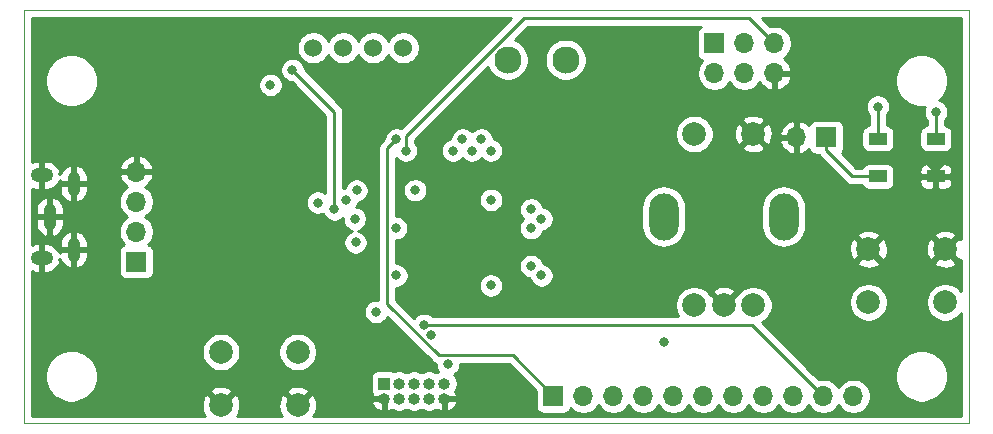
<source format=gbr>
G04 #@! TF.GenerationSoftware,KiCad,Pcbnew,(5.1.9)-1*
G04 #@! TF.CreationDate,2021-03-07T21:45:31-03:00*
G04 #@! TF.ProjectId,V0_Display,56305f44-6973-4706-9c61-792e6b696361,rev?*
G04 #@! TF.SameCoordinates,Original*
G04 #@! TF.FileFunction,Copper,L1,Top*
G04 #@! TF.FilePolarity,Positive*
%FSLAX46Y46*%
G04 Gerber Fmt 4.6, Leading zero omitted, Abs format (unit mm)*
G04 Created by KiCad (PCBNEW (5.1.9)-1) date 2021-03-07 21:45:31*
%MOMM*%
%LPD*%
G01*
G04 APERTURE LIST*
G04 #@! TA.AperFunction,Profile*
%ADD10C,0.050000*%
G04 #@! TD*
G04 #@! TA.AperFunction,ComponentPad*
%ADD11C,1.524000*%
G04 #@! TD*
G04 #@! TA.AperFunction,SMDPad,CuDef*
%ADD12R,1.500000X1.000000*%
G04 #@! TD*
G04 #@! TA.AperFunction,ComponentPad*
%ADD13O,2.500000X4.000000*%
G04 #@! TD*
G04 #@! TA.AperFunction,ComponentPad*
%ADD14C,2.000000*%
G04 #@! TD*
G04 #@! TA.AperFunction,ComponentPad*
%ADD15O,1.700000X1.700000*%
G04 #@! TD*
G04 #@! TA.AperFunction,ComponentPad*
%ADD16R,1.700000X1.700000*%
G04 #@! TD*
G04 #@! TA.AperFunction,ComponentPad*
%ADD17O,1.100000X2.200000*%
G04 #@! TD*
G04 #@! TA.AperFunction,ComponentPad*
%ADD18O,1.100000X2.000000*%
G04 #@! TD*
G04 #@! TA.AperFunction,ComponentPad*
%ADD19O,1.900000X1.200000*%
G04 #@! TD*
G04 #@! TA.AperFunction,ComponentPad*
%ADD20O,1.000000X1.000000*%
G04 #@! TD*
G04 #@! TA.AperFunction,ComponentPad*
%ADD21R,1.000000X1.000000*%
G04 #@! TD*
G04 #@! TA.AperFunction,ComponentPad*
%ADD22C,2.300000*%
G04 #@! TD*
G04 #@! TA.AperFunction,ViaPad*
%ADD23C,0.800000*%
G04 #@! TD*
G04 #@! TA.AperFunction,Conductor*
%ADD24C,0.250000*%
G04 #@! TD*
G04 #@! TA.AperFunction,Conductor*
%ADD25C,0.254000*%
G04 #@! TD*
G04 #@! TA.AperFunction,Conductor*
%ADD26C,0.100000*%
G04 #@! TD*
G04 APERTURE END LIST*
D10*
X85170000Y-84650000D02*
X85170000Y-49650000D01*
X165170000Y-84650000D02*
X85170000Y-84650000D01*
X165170000Y-49650000D02*
X165170000Y-84650000D01*
X85170000Y-49650000D02*
X165170000Y-49650000D01*
D11*
X117280000Y-52850000D03*
X114740000Y-52850000D03*
X112200000Y-52850000D03*
X109660000Y-52850000D03*
D12*
X157470000Y-60550000D03*
X157470000Y-63750000D03*
X162370000Y-60550000D03*
X162370000Y-63750000D03*
D13*
X149500000Y-67150000D03*
X139340000Y-67150000D03*
D14*
X146920000Y-60150000D03*
X141920000Y-60150000D03*
X146920000Y-74650000D03*
X144420000Y-74650000D03*
X141920000Y-74650000D03*
X163170000Y-69900000D03*
X163170000Y-74400000D03*
X156670000Y-69900000D03*
X156670000Y-74400000D03*
X101852000Y-78605400D03*
X101852000Y-83105400D03*
X108352000Y-78605400D03*
X108352000Y-83105400D03*
D15*
X150575000Y-60445000D03*
D16*
X153115000Y-60445000D03*
D15*
X94670000Y-63340000D03*
X94670000Y-65880000D03*
X94670000Y-68420000D03*
D16*
X94670000Y-70960000D03*
D17*
X87350500Y-67150000D03*
D18*
X89382500Y-69944000D03*
D19*
X86682500Y-63650000D03*
X86682500Y-70650000D03*
D18*
X89382500Y-64356000D03*
D15*
X155400000Y-82347200D03*
X152860000Y-82347200D03*
X150320000Y-82347200D03*
X147780000Y-82347200D03*
X145240000Y-82347200D03*
X142700000Y-82347200D03*
X140160000Y-82347200D03*
X137620000Y-82347200D03*
X135080000Y-82347200D03*
X132540000Y-82347200D03*
D16*
X130000000Y-82347200D03*
D15*
X148712600Y-55008800D03*
X148712600Y-52468800D03*
X146172600Y-55008800D03*
X146172600Y-52468800D03*
X143632600Y-55008800D03*
D16*
X143632600Y-52468800D03*
D20*
X120747200Y-82550400D03*
X120747200Y-81280400D03*
X119477200Y-82550400D03*
X119477200Y-81280400D03*
X118207200Y-82550400D03*
X118207200Y-81280400D03*
X116937200Y-82550400D03*
X116937200Y-81280400D03*
X115667200Y-82550400D03*
D21*
X115667200Y-81280400D03*
D22*
X131032000Y-53865800D03*
X126132000Y-53865800D03*
D23*
X120696400Y-68928000D03*
X161370000Y-62350000D03*
X163275000Y-62350000D03*
X106040600Y-55999400D03*
X157470000Y-57828200D03*
X118296400Y-64914800D03*
X124735000Y-65728000D03*
X116657800Y-68128000D03*
X124696400Y-72966600D03*
X116696400Y-72128000D03*
X122296400Y-60600000D03*
X121496400Y-61550000D03*
X113178000Y-67328000D03*
X114996400Y-75201800D03*
X162370000Y-58285400D03*
X117496400Y-61550000D03*
X128976800Y-72128000D03*
X128113200Y-71328000D03*
X116696400Y-60600000D03*
X113254200Y-69334400D03*
X110053800Y-65956200D03*
X119655000Y-77183000D03*
X119045400Y-76319400D03*
X128113200Y-68128000D03*
X128976800Y-67328000D03*
X139365400Y-77741800D03*
X124696400Y-61550000D03*
X128113200Y-66528000D03*
X123896400Y-60600000D03*
X123096400Y-61550000D03*
X112441400Y-65728000D03*
X111450800Y-66528000D03*
X107894800Y-54729400D03*
X113330400Y-64928000D03*
X121077400Y-79621400D03*
D24*
X162370000Y-63750000D02*
X162370000Y-63350000D01*
X162370000Y-63350000D02*
X161370000Y-62350000D01*
X162370000Y-63750000D02*
X162370000Y-63255000D01*
X162370000Y-63255000D02*
X163275000Y-62350000D01*
X157470000Y-57828200D02*
X157470000Y-60550000D01*
X162370000Y-58285400D02*
X162370000Y-60550000D01*
X148712600Y-52468800D02*
X146553600Y-50309800D01*
X117496400Y-60318398D02*
X117496400Y-61550000D01*
X127504998Y-50309800D02*
X117496400Y-60318398D01*
X146553600Y-50309800D02*
X127504998Y-50309800D01*
X157370000Y-63650000D02*
X157470000Y-63750000D01*
X156470000Y-63750000D02*
X157470000Y-63750000D01*
X155320000Y-63750000D02*
X156470000Y-63750000D01*
X153115000Y-61545000D02*
X155320000Y-63750000D01*
X153115000Y-60445000D02*
X153115000Y-61545000D01*
X115932799Y-74533801D02*
X115932799Y-61363601D01*
X115932799Y-61363601D02*
X116696400Y-60600000D01*
X120295397Y-78896399D02*
X115932799Y-74533801D01*
X126549199Y-78896399D02*
X120295397Y-78896399D01*
X130000000Y-82347200D02*
X126549199Y-78896399D01*
X146832200Y-76319400D02*
X119045400Y-76319400D01*
X152860000Y-82347200D02*
X146832200Y-76319400D01*
X111450800Y-58285400D02*
X107894800Y-54729400D01*
X111450800Y-66528000D02*
X111450800Y-58285400D01*
D25*
X117095118Y-59644879D02*
X116998298Y-59604774D01*
X116798339Y-59565000D01*
X116594461Y-59565000D01*
X116394502Y-59604774D01*
X116206144Y-59682795D01*
X116036626Y-59796063D01*
X115892463Y-59940226D01*
X115779195Y-60109744D01*
X115701174Y-60298102D01*
X115661400Y-60498061D01*
X115661400Y-60560199D01*
X115421797Y-60799802D01*
X115392799Y-60823600D01*
X115369001Y-60852598D01*
X115369000Y-60852599D01*
X115297825Y-60939325D01*
X115227253Y-61071355D01*
X115183797Y-61214616D01*
X115169123Y-61363601D01*
X115172800Y-61400933D01*
X115172799Y-74181611D01*
X115098339Y-74166800D01*
X114894461Y-74166800D01*
X114694502Y-74206574D01*
X114506144Y-74284595D01*
X114336626Y-74397863D01*
X114192463Y-74542026D01*
X114079195Y-74711544D01*
X114001174Y-74899902D01*
X113961400Y-75099861D01*
X113961400Y-75303739D01*
X114001174Y-75503698D01*
X114079195Y-75692056D01*
X114192463Y-75861574D01*
X114336626Y-76005737D01*
X114506144Y-76119005D01*
X114694502Y-76197026D01*
X114894461Y-76236800D01*
X115098339Y-76236800D01*
X115298298Y-76197026D01*
X115486656Y-76119005D01*
X115656174Y-76005737D01*
X115800337Y-75861574D01*
X115913605Y-75692056D01*
X115943670Y-75619473D01*
X119731597Y-79407401D01*
X119755396Y-79436400D01*
X119871121Y-79531373D01*
X120003150Y-79601945D01*
X120042400Y-79613851D01*
X120042400Y-79723339D01*
X120082174Y-79923298D01*
X120160195Y-80111656D01*
X120256161Y-80255280D01*
X120209576Y-80274576D01*
X120112200Y-80339641D01*
X120014824Y-80274576D01*
X119808267Y-80189017D01*
X119588988Y-80145400D01*
X119365412Y-80145400D01*
X119146133Y-80189017D01*
X118939576Y-80274576D01*
X118842200Y-80339641D01*
X118744824Y-80274576D01*
X118538267Y-80189017D01*
X118318988Y-80145400D01*
X118095412Y-80145400D01*
X117876133Y-80189017D01*
X117669576Y-80274576D01*
X117572200Y-80339641D01*
X117474824Y-80274576D01*
X117268267Y-80189017D01*
X117048988Y-80145400D01*
X116825412Y-80145400D01*
X116606133Y-80189017D01*
X116494426Y-80235288D01*
X116411380Y-80190898D01*
X116291682Y-80154588D01*
X116167200Y-80142328D01*
X115167200Y-80142328D01*
X115042718Y-80154588D01*
X114923020Y-80190898D01*
X114812706Y-80249863D01*
X114716015Y-80329215D01*
X114636663Y-80425906D01*
X114577698Y-80536220D01*
X114541388Y-80655918D01*
X114529128Y-80780400D01*
X114529128Y-81780400D01*
X114541388Y-81904882D01*
X114577698Y-82024580D01*
X114625118Y-82113294D01*
X114573074Y-82248524D01*
X114698071Y-82423400D01*
X115540200Y-82423400D01*
X115540200Y-82418472D01*
X115794200Y-82418472D01*
X115794200Y-82423400D01*
X115805226Y-82423400D01*
X115802200Y-82438612D01*
X115802200Y-82662188D01*
X115805226Y-82677400D01*
X115794200Y-82677400D01*
X115794200Y-83518354D01*
X115969074Y-83644519D01*
X116024064Y-83627846D01*
X116227406Y-83537523D01*
X116297542Y-83488047D01*
X116399576Y-83556224D01*
X116606133Y-83641783D01*
X116825412Y-83685400D01*
X117048988Y-83685400D01*
X117268267Y-83641783D01*
X117474824Y-83556224D01*
X117572200Y-83491159D01*
X117669576Y-83556224D01*
X117876133Y-83641783D01*
X118095412Y-83685400D01*
X118318988Y-83685400D01*
X118538267Y-83641783D01*
X118744824Y-83556224D01*
X118842200Y-83491159D01*
X118939576Y-83556224D01*
X119146133Y-83641783D01*
X119365412Y-83685400D01*
X119588988Y-83685400D01*
X119808267Y-83641783D01*
X120014824Y-83556224D01*
X120116858Y-83488047D01*
X120186994Y-83537523D01*
X120390336Y-83627846D01*
X120445326Y-83644519D01*
X120620200Y-83518354D01*
X120620200Y-82677400D01*
X120874200Y-82677400D01*
X120874200Y-83518354D01*
X121049074Y-83644519D01*
X121104064Y-83627846D01*
X121307406Y-83537523D01*
X121489220Y-83409265D01*
X121642518Y-83248001D01*
X121761410Y-83059929D01*
X121841326Y-82852276D01*
X121716329Y-82677400D01*
X120874200Y-82677400D01*
X120620200Y-82677400D01*
X120609174Y-82677400D01*
X120612200Y-82662188D01*
X120612200Y-82438612D01*
X120609174Y-82423400D01*
X120620200Y-82423400D01*
X120620200Y-82412374D01*
X120635412Y-82415400D01*
X120858988Y-82415400D01*
X120874200Y-82412374D01*
X120874200Y-82423400D01*
X121716329Y-82423400D01*
X121841326Y-82248524D01*
X121761410Y-82040871D01*
X121684944Y-81919912D01*
X121753024Y-81818024D01*
X121838583Y-81611467D01*
X121882200Y-81392188D01*
X121882200Y-81168612D01*
X121838583Y-80949333D01*
X121753024Y-80742776D01*
X121628812Y-80556880D01*
X121593361Y-80521429D01*
X121737174Y-80425337D01*
X121881337Y-80281174D01*
X121994605Y-80111656D01*
X122072626Y-79923298D01*
X122112400Y-79723339D01*
X122112400Y-79656399D01*
X126234398Y-79656399D01*
X128511928Y-81933930D01*
X128511928Y-83197200D01*
X128524188Y-83321682D01*
X128560498Y-83441380D01*
X128619463Y-83551694D01*
X128698815Y-83648385D01*
X128795506Y-83727737D01*
X128905820Y-83786702D01*
X129025518Y-83823012D01*
X129150000Y-83835272D01*
X130850000Y-83835272D01*
X130974482Y-83823012D01*
X131094180Y-83786702D01*
X131204494Y-83727737D01*
X131301185Y-83648385D01*
X131380537Y-83551694D01*
X131439502Y-83441380D01*
X131461513Y-83368820D01*
X131593368Y-83500675D01*
X131836589Y-83663190D01*
X132106842Y-83775132D01*
X132393740Y-83832200D01*
X132686260Y-83832200D01*
X132973158Y-83775132D01*
X133243411Y-83663190D01*
X133486632Y-83500675D01*
X133693475Y-83293832D01*
X133810000Y-83119440D01*
X133926525Y-83293832D01*
X134133368Y-83500675D01*
X134376589Y-83663190D01*
X134646842Y-83775132D01*
X134933740Y-83832200D01*
X135226260Y-83832200D01*
X135513158Y-83775132D01*
X135783411Y-83663190D01*
X136026632Y-83500675D01*
X136233475Y-83293832D01*
X136350000Y-83119440D01*
X136466525Y-83293832D01*
X136673368Y-83500675D01*
X136916589Y-83663190D01*
X137186842Y-83775132D01*
X137473740Y-83832200D01*
X137766260Y-83832200D01*
X138053158Y-83775132D01*
X138323411Y-83663190D01*
X138566632Y-83500675D01*
X138773475Y-83293832D01*
X138890000Y-83119440D01*
X139006525Y-83293832D01*
X139213368Y-83500675D01*
X139456589Y-83663190D01*
X139726842Y-83775132D01*
X140013740Y-83832200D01*
X140306260Y-83832200D01*
X140593158Y-83775132D01*
X140863411Y-83663190D01*
X141106632Y-83500675D01*
X141313475Y-83293832D01*
X141430000Y-83119440D01*
X141546525Y-83293832D01*
X141753368Y-83500675D01*
X141996589Y-83663190D01*
X142266842Y-83775132D01*
X142553740Y-83832200D01*
X142846260Y-83832200D01*
X143133158Y-83775132D01*
X143403411Y-83663190D01*
X143646632Y-83500675D01*
X143853475Y-83293832D01*
X143970000Y-83119440D01*
X144086525Y-83293832D01*
X144293368Y-83500675D01*
X144536589Y-83663190D01*
X144806842Y-83775132D01*
X145093740Y-83832200D01*
X145386260Y-83832200D01*
X145673158Y-83775132D01*
X145943411Y-83663190D01*
X146186632Y-83500675D01*
X146393475Y-83293832D01*
X146510000Y-83119440D01*
X146626525Y-83293832D01*
X146833368Y-83500675D01*
X147076589Y-83663190D01*
X147346842Y-83775132D01*
X147633740Y-83832200D01*
X147926260Y-83832200D01*
X148213158Y-83775132D01*
X148483411Y-83663190D01*
X148726632Y-83500675D01*
X148933475Y-83293832D01*
X149050000Y-83119440D01*
X149166525Y-83293832D01*
X149373368Y-83500675D01*
X149616589Y-83663190D01*
X149886842Y-83775132D01*
X150173740Y-83832200D01*
X150466260Y-83832200D01*
X150753158Y-83775132D01*
X151023411Y-83663190D01*
X151266632Y-83500675D01*
X151473475Y-83293832D01*
X151590000Y-83119440D01*
X151706525Y-83293832D01*
X151913368Y-83500675D01*
X152156589Y-83663190D01*
X152426842Y-83775132D01*
X152713740Y-83832200D01*
X153006260Y-83832200D01*
X153293158Y-83775132D01*
X153563411Y-83663190D01*
X153806632Y-83500675D01*
X154013475Y-83293832D01*
X154130000Y-83119440D01*
X154246525Y-83293832D01*
X154453368Y-83500675D01*
X154696589Y-83663190D01*
X154966842Y-83775132D01*
X155253740Y-83832200D01*
X155546260Y-83832200D01*
X155833158Y-83775132D01*
X156103411Y-83663190D01*
X156346632Y-83500675D01*
X156553475Y-83293832D01*
X156715990Y-83050611D01*
X156827932Y-82780358D01*
X156885000Y-82493460D01*
X156885000Y-82200940D01*
X156827932Y-81914042D01*
X156715990Y-81643789D01*
X156553475Y-81400568D01*
X156346632Y-81193725D01*
X156103411Y-81031210D01*
X155833158Y-80919268D01*
X155546260Y-80862200D01*
X155253740Y-80862200D01*
X154966842Y-80919268D01*
X154696589Y-81031210D01*
X154453368Y-81193725D01*
X154246525Y-81400568D01*
X154130000Y-81574960D01*
X154013475Y-81400568D01*
X153806632Y-81193725D01*
X153563411Y-81031210D01*
X153293158Y-80919268D01*
X153006260Y-80862200D01*
X152713740Y-80862200D01*
X152493592Y-80905990D01*
X152017474Y-80429872D01*
X158935000Y-80429872D01*
X158935000Y-80870128D01*
X159020890Y-81301925D01*
X159189369Y-81708669D01*
X159433962Y-82074729D01*
X159745271Y-82386038D01*
X160111331Y-82630631D01*
X160518075Y-82799110D01*
X160949872Y-82885000D01*
X161390128Y-82885000D01*
X161821925Y-82799110D01*
X162228669Y-82630631D01*
X162594729Y-82386038D01*
X162906038Y-82074729D01*
X163150631Y-81708669D01*
X163319110Y-81301925D01*
X163405000Y-80870128D01*
X163405000Y-80429872D01*
X163319110Y-79998075D01*
X163150631Y-79591331D01*
X162906038Y-79225271D01*
X162594729Y-78913962D01*
X162228669Y-78669369D01*
X161821925Y-78500890D01*
X161390128Y-78415000D01*
X160949872Y-78415000D01*
X160518075Y-78500890D01*
X160111331Y-78669369D01*
X159745271Y-78913962D01*
X159433962Y-79225271D01*
X159189369Y-79591331D01*
X159020890Y-79998075D01*
X158935000Y-80429872D01*
X152017474Y-80429872D01*
X147688846Y-76101245D01*
X147694463Y-76098918D01*
X147962252Y-75919987D01*
X148189987Y-75692252D01*
X148368918Y-75424463D01*
X148492168Y-75126912D01*
X148555000Y-74811033D01*
X148555000Y-74488967D01*
X148505273Y-74238967D01*
X155035000Y-74238967D01*
X155035000Y-74561033D01*
X155097832Y-74876912D01*
X155221082Y-75174463D01*
X155400013Y-75442252D01*
X155627748Y-75669987D01*
X155895537Y-75848918D01*
X156193088Y-75972168D01*
X156508967Y-76035000D01*
X156831033Y-76035000D01*
X157146912Y-75972168D01*
X157444463Y-75848918D01*
X157712252Y-75669987D01*
X157939987Y-75442252D01*
X158118918Y-75174463D01*
X158242168Y-74876912D01*
X158305000Y-74561033D01*
X158305000Y-74238967D01*
X158242168Y-73923088D01*
X158118918Y-73625537D01*
X157939987Y-73357748D01*
X157712252Y-73130013D01*
X157444463Y-72951082D01*
X157146912Y-72827832D01*
X156831033Y-72765000D01*
X156508967Y-72765000D01*
X156193088Y-72827832D01*
X155895537Y-72951082D01*
X155627748Y-73130013D01*
X155400013Y-73357748D01*
X155221082Y-73625537D01*
X155097832Y-73923088D01*
X155035000Y-74238967D01*
X148505273Y-74238967D01*
X148492168Y-74173088D01*
X148368918Y-73875537D01*
X148189987Y-73607748D01*
X147962252Y-73380013D01*
X147694463Y-73201082D01*
X147396912Y-73077832D01*
X147081033Y-73015000D01*
X146758967Y-73015000D01*
X146443088Y-73077832D01*
X146145537Y-73201082D01*
X145877748Y-73380013D01*
X145650013Y-73607748D01*
X145585075Y-73704935D01*
X145555413Y-73694192D01*
X144599605Y-74650000D01*
X144613748Y-74664143D01*
X144434143Y-74843748D01*
X144420000Y-74829605D01*
X144405858Y-74843748D01*
X144226253Y-74664143D01*
X144240395Y-74650000D01*
X143284587Y-73694192D01*
X143254925Y-73704935D01*
X143189987Y-73607748D01*
X143096826Y-73514587D01*
X143464192Y-73514587D01*
X144420000Y-74470395D01*
X145375808Y-73514587D01*
X145280044Y-73250186D01*
X144990429Y-73109296D01*
X144678892Y-73027616D01*
X144357405Y-73008282D01*
X144038325Y-73052039D01*
X143733912Y-73157205D01*
X143559956Y-73250186D01*
X143464192Y-73514587D01*
X143096826Y-73514587D01*
X142962252Y-73380013D01*
X142694463Y-73201082D01*
X142396912Y-73077832D01*
X142081033Y-73015000D01*
X141758967Y-73015000D01*
X141443088Y-73077832D01*
X141145537Y-73201082D01*
X140877748Y-73380013D01*
X140650013Y-73607748D01*
X140471082Y-73875537D01*
X140347832Y-74173088D01*
X140285000Y-74488967D01*
X140285000Y-74811033D01*
X140347832Y-75126912D01*
X140471082Y-75424463D01*
X140561244Y-75559400D01*
X119749111Y-75559400D01*
X119705174Y-75515463D01*
X119535656Y-75402195D01*
X119347298Y-75324174D01*
X119147339Y-75284400D01*
X118943461Y-75284400D01*
X118743502Y-75324174D01*
X118555144Y-75402195D01*
X118385626Y-75515463D01*
X118241463Y-75659626D01*
X118198189Y-75724390D01*
X116692799Y-74219000D01*
X116692799Y-73163000D01*
X116798339Y-73163000D01*
X116998298Y-73123226D01*
X117186656Y-73045205D01*
X117356174Y-72931937D01*
X117423450Y-72864661D01*
X123661400Y-72864661D01*
X123661400Y-73068539D01*
X123701174Y-73268498D01*
X123779195Y-73456856D01*
X123892463Y-73626374D01*
X124036626Y-73770537D01*
X124206144Y-73883805D01*
X124394502Y-73961826D01*
X124594461Y-74001600D01*
X124798339Y-74001600D01*
X124998298Y-73961826D01*
X125186656Y-73883805D01*
X125356174Y-73770537D01*
X125500337Y-73626374D01*
X125613605Y-73456856D01*
X125691626Y-73268498D01*
X125731400Y-73068539D01*
X125731400Y-72864661D01*
X125691626Y-72664702D01*
X125613605Y-72476344D01*
X125500337Y-72306826D01*
X125356174Y-72162663D01*
X125186656Y-72049395D01*
X124998298Y-71971374D01*
X124798339Y-71931600D01*
X124594461Y-71931600D01*
X124394502Y-71971374D01*
X124206144Y-72049395D01*
X124036626Y-72162663D01*
X123892463Y-72306826D01*
X123779195Y-72476344D01*
X123701174Y-72664702D01*
X123661400Y-72864661D01*
X117423450Y-72864661D01*
X117500337Y-72787774D01*
X117613605Y-72618256D01*
X117691626Y-72429898D01*
X117731400Y-72229939D01*
X117731400Y-72026061D01*
X117691626Y-71826102D01*
X117613605Y-71637744D01*
X117500337Y-71468226D01*
X117356174Y-71324063D01*
X117209504Y-71226061D01*
X127078200Y-71226061D01*
X127078200Y-71429939D01*
X127117974Y-71629898D01*
X127195995Y-71818256D01*
X127309263Y-71987774D01*
X127453426Y-72131937D01*
X127622944Y-72245205D01*
X127811302Y-72323226D01*
X127966496Y-72354096D01*
X127981574Y-72429898D01*
X128059595Y-72618256D01*
X128172863Y-72787774D01*
X128317026Y-72931937D01*
X128486544Y-73045205D01*
X128674902Y-73123226D01*
X128874861Y-73163000D01*
X129078739Y-73163000D01*
X129278698Y-73123226D01*
X129467056Y-73045205D01*
X129636574Y-72931937D01*
X129780737Y-72787774D01*
X129894005Y-72618256D01*
X129972026Y-72429898D01*
X130011800Y-72229939D01*
X130011800Y-72026061D01*
X129972026Y-71826102D01*
X129894005Y-71637744D01*
X129780737Y-71468226D01*
X129636574Y-71324063D01*
X129467056Y-71210795D01*
X129278698Y-71132774D01*
X129123504Y-71101904D01*
X129110279Y-71035413D01*
X155714192Y-71035413D01*
X155809956Y-71299814D01*
X156099571Y-71440704D01*
X156411108Y-71522384D01*
X156732595Y-71541718D01*
X157051675Y-71497961D01*
X157356088Y-71392795D01*
X157530044Y-71299814D01*
X157625808Y-71035413D01*
X162214192Y-71035413D01*
X162309956Y-71299814D01*
X162599571Y-71440704D01*
X162911108Y-71522384D01*
X163232595Y-71541718D01*
X163551675Y-71497961D01*
X163856088Y-71392795D01*
X164030044Y-71299814D01*
X164125808Y-71035413D01*
X163170000Y-70079605D01*
X162214192Y-71035413D01*
X157625808Y-71035413D01*
X156670000Y-70079605D01*
X155714192Y-71035413D01*
X129110279Y-71035413D01*
X129108426Y-71026102D01*
X129030405Y-70837744D01*
X128917137Y-70668226D01*
X128772974Y-70524063D01*
X128603456Y-70410795D01*
X128415098Y-70332774D01*
X128215139Y-70293000D01*
X128011261Y-70293000D01*
X127811302Y-70332774D01*
X127622944Y-70410795D01*
X127453426Y-70524063D01*
X127309263Y-70668226D01*
X127195995Y-70837744D01*
X127117974Y-71026102D01*
X127078200Y-71226061D01*
X117209504Y-71226061D01*
X117186656Y-71210795D01*
X116998298Y-71132774D01*
X116798339Y-71093000D01*
X116692799Y-71093000D01*
X116692799Y-69962595D01*
X155028282Y-69962595D01*
X155072039Y-70281675D01*
X155177205Y-70586088D01*
X155270186Y-70760044D01*
X155534587Y-70855808D01*
X156490395Y-69900000D01*
X156849605Y-69900000D01*
X157805413Y-70855808D01*
X158069814Y-70760044D01*
X158210704Y-70470429D01*
X158292384Y-70158892D01*
X158304189Y-69962595D01*
X161528282Y-69962595D01*
X161572039Y-70281675D01*
X161677205Y-70586088D01*
X161770186Y-70760044D01*
X162034587Y-70855808D01*
X162990395Y-69900000D01*
X162034587Y-68944192D01*
X161770186Y-69039956D01*
X161629296Y-69329571D01*
X161547616Y-69641108D01*
X161528282Y-69962595D01*
X158304189Y-69962595D01*
X158311718Y-69837405D01*
X158267961Y-69518325D01*
X158162795Y-69213912D01*
X158069814Y-69039956D01*
X157805413Y-68944192D01*
X156849605Y-69900000D01*
X156490395Y-69900000D01*
X155534587Y-68944192D01*
X155270186Y-69039956D01*
X155129296Y-69329571D01*
X155047616Y-69641108D01*
X155028282Y-69962595D01*
X116692799Y-69962595D01*
X116692799Y-69163000D01*
X116759739Y-69163000D01*
X116959698Y-69123226D01*
X117148056Y-69045205D01*
X117317574Y-68931937D01*
X117461737Y-68787774D01*
X117575005Y-68618256D01*
X117653026Y-68429898D01*
X117692800Y-68229939D01*
X117692800Y-68026061D01*
X117653026Y-67826102D01*
X117575005Y-67637744D01*
X117461737Y-67468226D01*
X117317574Y-67324063D01*
X117148056Y-67210795D01*
X116959698Y-67132774D01*
X116759739Y-67093000D01*
X116692799Y-67093000D01*
X116692799Y-64812861D01*
X117261400Y-64812861D01*
X117261400Y-65016739D01*
X117301174Y-65216698D01*
X117379195Y-65405056D01*
X117492463Y-65574574D01*
X117636626Y-65718737D01*
X117806144Y-65832005D01*
X117994502Y-65910026D01*
X118194461Y-65949800D01*
X118398339Y-65949800D01*
X118598298Y-65910026D01*
X118786656Y-65832005D01*
X118956174Y-65718737D01*
X119048850Y-65626061D01*
X123700000Y-65626061D01*
X123700000Y-65829939D01*
X123739774Y-66029898D01*
X123817795Y-66218256D01*
X123931063Y-66387774D01*
X124075226Y-66531937D01*
X124244744Y-66645205D01*
X124433102Y-66723226D01*
X124633061Y-66763000D01*
X124836939Y-66763000D01*
X125036898Y-66723226D01*
X125225256Y-66645205D01*
X125394774Y-66531937D01*
X125500650Y-66426061D01*
X127078200Y-66426061D01*
X127078200Y-66629939D01*
X127117974Y-66829898D01*
X127195995Y-67018256D01*
X127309263Y-67187774D01*
X127449489Y-67328000D01*
X127309263Y-67468226D01*
X127195995Y-67637744D01*
X127117974Y-67826102D01*
X127078200Y-68026061D01*
X127078200Y-68229939D01*
X127117974Y-68429898D01*
X127195995Y-68618256D01*
X127309263Y-68787774D01*
X127453426Y-68931937D01*
X127622944Y-69045205D01*
X127811302Y-69123226D01*
X128011261Y-69163000D01*
X128215139Y-69163000D01*
X128415098Y-69123226D01*
X128603456Y-69045205D01*
X128772974Y-68931937D01*
X128917137Y-68787774D01*
X129030405Y-68618256D01*
X129108426Y-68429898D01*
X129123504Y-68354096D01*
X129278698Y-68323226D01*
X129467056Y-68245205D01*
X129636574Y-68131937D01*
X129780737Y-67987774D01*
X129894005Y-67818256D01*
X129972026Y-67629898D01*
X130011800Y-67429939D01*
X130011800Y-67226061D01*
X129972026Y-67026102D01*
X129894005Y-66837744D01*
X129780737Y-66668226D01*
X129636574Y-66524063D01*
X129467056Y-66410795D01*
X129278698Y-66332774D01*
X129151155Y-66307404D01*
X137455000Y-66307404D01*
X137455000Y-67992597D01*
X137482275Y-68269524D01*
X137590062Y-68624848D01*
X137765098Y-68952317D01*
X138000656Y-69239345D01*
X138287684Y-69474903D01*
X138615153Y-69649939D01*
X138970477Y-69757725D01*
X139340000Y-69794120D01*
X139709524Y-69757725D01*
X140064848Y-69649939D01*
X140392317Y-69474903D01*
X140679345Y-69239345D01*
X140914903Y-68952317D01*
X141089939Y-68624848D01*
X141197725Y-68269524D01*
X141225000Y-67992597D01*
X141225000Y-66307403D01*
X147615000Y-66307403D01*
X147615000Y-67992596D01*
X147642275Y-68269523D01*
X147750061Y-68624847D01*
X147925097Y-68952317D01*
X148160655Y-69239345D01*
X148447683Y-69474903D01*
X148775152Y-69649939D01*
X149130476Y-69757725D01*
X149500000Y-69794120D01*
X149869523Y-69757725D01*
X150224847Y-69649939D01*
X150552317Y-69474903D01*
X150839345Y-69239345D01*
X151074903Y-68952317D01*
X151175246Y-68764587D01*
X155714192Y-68764587D01*
X156670000Y-69720395D01*
X157625808Y-68764587D01*
X162214192Y-68764587D01*
X163170000Y-69720395D01*
X164125808Y-68764587D01*
X164030044Y-68500186D01*
X163740429Y-68359296D01*
X163428892Y-68277616D01*
X163107405Y-68258282D01*
X162788325Y-68302039D01*
X162483912Y-68407205D01*
X162309956Y-68500186D01*
X162214192Y-68764587D01*
X157625808Y-68764587D01*
X157530044Y-68500186D01*
X157240429Y-68359296D01*
X156928892Y-68277616D01*
X156607405Y-68258282D01*
X156288325Y-68302039D01*
X155983912Y-68407205D01*
X155809956Y-68500186D01*
X155714192Y-68764587D01*
X151175246Y-68764587D01*
X151249939Y-68624848D01*
X151357725Y-68269524D01*
X151385000Y-67992597D01*
X151385000Y-66307403D01*
X151357725Y-66030476D01*
X151249939Y-65675152D01*
X151074903Y-65347683D01*
X150839345Y-65060655D01*
X150552317Y-64825097D01*
X150224848Y-64650061D01*
X149869524Y-64542275D01*
X149500000Y-64505880D01*
X149130477Y-64542275D01*
X148775153Y-64650061D01*
X148447684Y-64825097D01*
X148160656Y-65060655D01*
X147925098Y-65347683D01*
X147750062Y-65675152D01*
X147642275Y-66030476D01*
X147615000Y-66307403D01*
X141225000Y-66307403D01*
X141197725Y-66030476D01*
X141089939Y-65675152D01*
X140914903Y-65347683D01*
X140679345Y-65060655D01*
X140392317Y-64825097D01*
X140064847Y-64650061D01*
X139709523Y-64542275D01*
X139340000Y-64505880D01*
X138970476Y-64542275D01*
X138615152Y-64650061D01*
X138287683Y-64825097D01*
X138000655Y-65060655D01*
X137765097Y-65347683D01*
X137590061Y-65675153D01*
X137482275Y-66030477D01*
X137455000Y-66307404D01*
X129151155Y-66307404D01*
X129123504Y-66301904D01*
X129108426Y-66226102D01*
X129030405Y-66037744D01*
X128917137Y-65868226D01*
X128772974Y-65724063D01*
X128603456Y-65610795D01*
X128415098Y-65532774D01*
X128215139Y-65493000D01*
X128011261Y-65493000D01*
X127811302Y-65532774D01*
X127622944Y-65610795D01*
X127453426Y-65724063D01*
X127309263Y-65868226D01*
X127195995Y-66037744D01*
X127117974Y-66226102D01*
X127078200Y-66426061D01*
X125500650Y-66426061D01*
X125538937Y-66387774D01*
X125652205Y-66218256D01*
X125730226Y-66029898D01*
X125770000Y-65829939D01*
X125770000Y-65626061D01*
X125730226Y-65426102D01*
X125652205Y-65237744D01*
X125538937Y-65068226D01*
X125394774Y-64924063D01*
X125225256Y-64810795D01*
X125036898Y-64732774D01*
X124836939Y-64693000D01*
X124633061Y-64693000D01*
X124433102Y-64732774D01*
X124244744Y-64810795D01*
X124075226Y-64924063D01*
X123931063Y-65068226D01*
X123817795Y-65237744D01*
X123739774Y-65426102D01*
X123700000Y-65626061D01*
X119048850Y-65626061D01*
X119100337Y-65574574D01*
X119213605Y-65405056D01*
X119291626Y-65216698D01*
X119331400Y-65016739D01*
X119331400Y-64812861D01*
X119291626Y-64612902D01*
X119213605Y-64424544D01*
X119100337Y-64255026D01*
X118956174Y-64110863D01*
X118786656Y-63997595D01*
X118598298Y-63919574D01*
X118398339Y-63879800D01*
X118194461Y-63879800D01*
X117994502Y-63919574D01*
X117806144Y-63997595D01*
X117636626Y-64110863D01*
X117492463Y-64255026D01*
X117379195Y-64424544D01*
X117301174Y-64612902D01*
X117261400Y-64812861D01*
X116692799Y-64812861D01*
X116692799Y-62210110D01*
X116836626Y-62353937D01*
X117006144Y-62467205D01*
X117194502Y-62545226D01*
X117394461Y-62585000D01*
X117598339Y-62585000D01*
X117798298Y-62545226D01*
X117986656Y-62467205D01*
X118156174Y-62353937D01*
X118300337Y-62209774D01*
X118413605Y-62040256D01*
X118491626Y-61851898D01*
X118531400Y-61651939D01*
X118531400Y-61448061D01*
X120461400Y-61448061D01*
X120461400Y-61651939D01*
X120501174Y-61851898D01*
X120579195Y-62040256D01*
X120692463Y-62209774D01*
X120836626Y-62353937D01*
X121006144Y-62467205D01*
X121194502Y-62545226D01*
X121394461Y-62585000D01*
X121598339Y-62585000D01*
X121798298Y-62545226D01*
X121986656Y-62467205D01*
X122156174Y-62353937D01*
X122296400Y-62213711D01*
X122436626Y-62353937D01*
X122606144Y-62467205D01*
X122794502Y-62545226D01*
X122994461Y-62585000D01*
X123198339Y-62585000D01*
X123398298Y-62545226D01*
X123586656Y-62467205D01*
X123756174Y-62353937D01*
X123896400Y-62213711D01*
X124036626Y-62353937D01*
X124206144Y-62467205D01*
X124394502Y-62545226D01*
X124594461Y-62585000D01*
X124798339Y-62585000D01*
X124998298Y-62545226D01*
X125186656Y-62467205D01*
X125356174Y-62353937D01*
X125500337Y-62209774D01*
X125613605Y-62040256D01*
X125691626Y-61851898D01*
X125731400Y-61651939D01*
X125731400Y-61448061D01*
X125691626Y-61248102D01*
X125613605Y-61059744D01*
X125500337Y-60890226D01*
X125356174Y-60746063D01*
X125186656Y-60632795D01*
X124998298Y-60554774D01*
X124931400Y-60541467D01*
X124931400Y-60498061D01*
X124891626Y-60298102D01*
X124813605Y-60109744D01*
X124732905Y-59988967D01*
X140285000Y-59988967D01*
X140285000Y-60311033D01*
X140347832Y-60626912D01*
X140471082Y-60924463D01*
X140650013Y-61192252D01*
X140877748Y-61419987D01*
X141145537Y-61598918D01*
X141443088Y-61722168D01*
X141758967Y-61785000D01*
X142081033Y-61785000D01*
X142396912Y-61722168D01*
X142694463Y-61598918D01*
X142962252Y-61419987D01*
X143096826Y-61285413D01*
X145964192Y-61285413D01*
X146059956Y-61549814D01*
X146349571Y-61690704D01*
X146661108Y-61772384D01*
X146982595Y-61791718D01*
X147301675Y-61747961D01*
X147606088Y-61642795D01*
X147780044Y-61549814D01*
X147875808Y-61285413D01*
X146920000Y-60329605D01*
X145964192Y-61285413D01*
X143096826Y-61285413D01*
X143189987Y-61192252D01*
X143368918Y-60924463D01*
X143492168Y-60626912D01*
X143555000Y-60311033D01*
X143555000Y-60212595D01*
X145278282Y-60212595D01*
X145322039Y-60531675D01*
X145427205Y-60836088D01*
X145520186Y-61010044D01*
X145784587Y-61105808D01*
X146740395Y-60150000D01*
X147099605Y-60150000D01*
X148055413Y-61105808D01*
X148319814Y-61010044D01*
X148421074Y-60801891D01*
X149133519Y-60801891D01*
X149230843Y-61076252D01*
X149379822Y-61326355D01*
X149574731Y-61542588D01*
X149808080Y-61716641D01*
X150070901Y-61841825D01*
X150218110Y-61886476D01*
X150448000Y-61765155D01*
X150448000Y-60572000D01*
X149254186Y-60572000D01*
X149133519Y-60801891D01*
X148421074Y-60801891D01*
X148460704Y-60720429D01*
X148542384Y-60408892D01*
X148561675Y-60088109D01*
X149133519Y-60088109D01*
X149254186Y-60318000D01*
X150448000Y-60318000D01*
X150448000Y-59124845D01*
X150702000Y-59124845D01*
X150702000Y-60318000D01*
X150722000Y-60318000D01*
X150722000Y-60572000D01*
X150702000Y-60572000D01*
X150702000Y-61765155D01*
X150931890Y-61886476D01*
X151079099Y-61841825D01*
X151341920Y-61716641D01*
X151575269Y-61542588D01*
X151651034Y-61458534D01*
X151675498Y-61539180D01*
X151734463Y-61649494D01*
X151813815Y-61746185D01*
X151910506Y-61825537D01*
X152020820Y-61884502D01*
X152140518Y-61920812D01*
X152265000Y-61933072D01*
X152460674Y-61933072D01*
X152480026Y-61969276D01*
X152551201Y-62056002D01*
X152575000Y-62085001D01*
X152603998Y-62108799D01*
X154756201Y-64261003D01*
X154779999Y-64290001D01*
X154808997Y-64313799D01*
X154895723Y-64384974D01*
X154994448Y-64437744D01*
X155027753Y-64455546D01*
X155171014Y-64499003D01*
X155282667Y-64510000D01*
X155282677Y-64510000D01*
X155320000Y-64513676D01*
X155357323Y-64510000D01*
X156138954Y-64510000D01*
X156189463Y-64604494D01*
X156268815Y-64701185D01*
X156365506Y-64780537D01*
X156475820Y-64839502D01*
X156595518Y-64875812D01*
X156720000Y-64888072D01*
X158220000Y-64888072D01*
X158344482Y-64875812D01*
X158464180Y-64839502D01*
X158574494Y-64780537D01*
X158671185Y-64701185D01*
X158750537Y-64604494D01*
X158809502Y-64494180D01*
X158845812Y-64374482D01*
X158858072Y-64250000D01*
X160981928Y-64250000D01*
X160994188Y-64374482D01*
X161030498Y-64494180D01*
X161089463Y-64604494D01*
X161168815Y-64701185D01*
X161265506Y-64780537D01*
X161375820Y-64839502D01*
X161495518Y-64875812D01*
X161620000Y-64888072D01*
X162084250Y-64885000D01*
X162243000Y-64726250D01*
X162243000Y-63877000D01*
X162497000Y-63877000D01*
X162497000Y-64726250D01*
X162655750Y-64885000D01*
X163120000Y-64888072D01*
X163244482Y-64875812D01*
X163364180Y-64839502D01*
X163474494Y-64780537D01*
X163571185Y-64701185D01*
X163650537Y-64604494D01*
X163709502Y-64494180D01*
X163745812Y-64374482D01*
X163758072Y-64250000D01*
X163755000Y-64035750D01*
X163596250Y-63877000D01*
X162497000Y-63877000D01*
X162243000Y-63877000D01*
X161143750Y-63877000D01*
X160985000Y-64035750D01*
X160981928Y-64250000D01*
X158858072Y-64250000D01*
X158858072Y-63250000D01*
X160981928Y-63250000D01*
X160985000Y-63464250D01*
X161143750Y-63623000D01*
X162243000Y-63623000D01*
X162243000Y-62773750D01*
X162497000Y-62773750D01*
X162497000Y-63623000D01*
X163596250Y-63623000D01*
X163755000Y-63464250D01*
X163758072Y-63250000D01*
X163745812Y-63125518D01*
X163709502Y-63005820D01*
X163650537Y-62895506D01*
X163571185Y-62798815D01*
X163474494Y-62719463D01*
X163364180Y-62660498D01*
X163244482Y-62624188D01*
X163120000Y-62611928D01*
X162655750Y-62615000D01*
X162497000Y-62773750D01*
X162243000Y-62773750D01*
X162084250Y-62615000D01*
X161620000Y-62611928D01*
X161495518Y-62624188D01*
X161375820Y-62660498D01*
X161265506Y-62719463D01*
X161168815Y-62798815D01*
X161089463Y-62895506D01*
X161030498Y-63005820D01*
X160994188Y-63125518D01*
X160981928Y-63250000D01*
X158858072Y-63250000D01*
X158845812Y-63125518D01*
X158809502Y-63005820D01*
X158750537Y-62895506D01*
X158671185Y-62798815D01*
X158574494Y-62719463D01*
X158464180Y-62660498D01*
X158344482Y-62624188D01*
X158220000Y-62611928D01*
X156720000Y-62611928D01*
X156595518Y-62624188D01*
X156475820Y-62660498D01*
X156365506Y-62719463D01*
X156268815Y-62798815D01*
X156189463Y-62895506D01*
X156138954Y-62990000D01*
X155634802Y-62990000D01*
X154402345Y-61757543D01*
X154416185Y-61746185D01*
X154495537Y-61649494D01*
X154554502Y-61539180D01*
X154590812Y-61419482D01*
X154603072Y-61295000D01*
X154603072Y-60050000D01*
X156081928Y-60050000D01*
X156081928Y-61050000D01*
X156094188Y-61174482D01*
X156130498Y-61294180D01*
X156189463Y-61404494D01*
X156268815Y-61501185D01*
X156365506Y-61580537D01*
X156475820Y-61639502D01*
X156595518Y-61675812D01*
X156720000Y-61688072D01*
X158220000Y-61688072D01*
X158344482Y-61675812D01*
X158464180Y-61639502D01*
X158574494Y-61580537D01*
X158671185Y-61501185D01*
X158750537Y-61404494D01*
X158809502Y-61294180D01*
X158845812Y-61174482D01*
X158858072Y-61050000D01*
X158858072Y-60050000D01*
X158845812Y-59925518D01*
X158809502Y-59805820D01*
X158750537Y-59695506D01*
X158671185Y-59598815D01*
X158574494Y-59519463D01*
X158464180Y-59460498D01*
X158344482Y-59424188D01*
X158230000Y-59412913D01*
X158230000Y-58531911D01*
X158273937Y-58487974D01*
X158387205Y-58318456D01*
X158465226Y-58130098D01*
X158505000Y-57930139D01*
X158505000Y-57726261D01*
X158465226Y-57526302D01*
X158387205Y-57337944D01*
X158273937Y-57168426D01*
X158129774Y-57024263D01*
X157960256Y-56910995D01*
X157771898Y-56832974D01*
X157571939Y-56793200D01*
X157368061Y-56793200D01*
X157168102Y-56832974D01*
X156979744Y-56910995D01*
X156810226Y-57024263D01*
X156666063Y-57168426D01*
X156552795Y-57337944D01*
X156474774Y-57526302D01*
X156435000Y-57726261D01*
X156435000Y-57930139D01*
X156474774Y-58130098D01*
X156552795Y-58318456D01*
X156666063Y-58487974D01*
X156710000Y-58531911D01*
X156710001Y-59412913D01*
X156595518Y-59424188D01*
X156475820Y-59460498D01*
X156365506Y-59519463D01*
X156268815Y-59598815D01*
X156189463Y-59695506D01*
X156130498Y-59805820D01*
X156094188Y-59925518D01*
X156081928Y-60050000D01*
X154603072Y-60050000D01*
X154603072Y-59595000D01*
X154590812Y-59470518D01*
X154554502Y-59350820D01*
X154495537Y-59240506D01*
X154416185Y-59143815D01*
X154319494Y-59064463D01*
X154209180Y-59005498D01*
X154089482Y-58969188D01*
X153965000Y-58956928D01*
X152265000Y-58956928D01*
X152140518Y-58969188D01*
X152020820Y-59005498D01*
X151910506Y-59064463D01*
X151813815Y-59143815D01*
X151734463Y-59240506D01*
X151675498Y-59350820D01*
X151651034Y-59431466D01*
X151575269Y-59347412D01*
X151341920Y-59173359D01*
X151079099Y-59048175D01*
X150931890Y-59003524D01*
X150702000Y-59124845D01*
X150448000Y-59124845D01*
X150218110Y-59003524D01*
X150070901Y-59048175D01*
X149808080Y-59173359D01*
X149574731Y-59347412D01*
X149379822Y-59563645D01*
X149230843Y-59813748D01*
X149133519Y-60088109D01*
X148561675Y-60088109D01*
X148561718Y-60087405D01*
X148517961Y-59768325D01*
X148412795Y-59463912D01*
X148319814Y-59289956D01*
X148055413Y-59194192D01*
X147099605Y-60150000D01*
X146740395Y-60150000D01*
X145784587Y-59194192D01*
X145520186Y-59289956D01*
X145379296Y-59579571D01*
X145297616Y-59891108D01*
X145278282Y-60212595D01*
X143555000Y-60212595D01*
X143555000Y-59988967D01*
X143492168Y-59673088D01*
X143368918Y-59375537D01*
X143189987Y-59107748D01*
X143096826Y-59014587D01*
X145964192Y-59014587D01*
X146920000Y-59970395D01*
X147875808Y-59014587D01*
X147780044Y-58750186D01*
X147490429Y-58609296D01*
X147178892Y-58527616D01*
X146857405Y-58508282D01*
X146538325Y-58552039D01*
X146233912Y-58657205D01*
X146059956Y-58750186D01*
X145964192Y-59014587D01*
X143096826Y-59014587D01*
X142962252Y-58880013D01*
X142694463Y-58701082D01*
X142396912Y-58577832D01*
X142081033Y-58515000D01*
X141758967Y-58515000D01*
X141443088Y-58577832D01*
X141145537Y-58701082D01*
X140877748Y-58880013D01*
X140650013Y-59107748D01*
X140471082Y-59375537D01*
X140347832Y-59673088D01*
X140285000Y-59988967D01*
X124732905Y-59988967D01*
X124700337Y-59940226D01*
X124556174Y-59796063D01*
X124386656Y-59682795D01*
X124198298Y-59604774D01*
X123998339Y-59565000D01*
X123794461Y-59565000D01*
X123594502Y-59604774D01*
X123406144Y-59682795D01*
X123236626Y-59796063D01*
X123096400Y-59936289D01*
X122956174Y-59796063D01*
X122786656Y-59682795D01*
X122598298Y-59604774D01*
X122398339Y-59565000D01*
X122194461Y-59565000D01*
X121994502Y-59604774D01*
X121806144Y-59682795D01*
X121636626Y-59796063D01*
X121492463Y-59940226D01*
X121379195Y-60109744D01*
X121301174Y-60298102D01*
X121261400Y-60498061D01*
X121261400Y-60541467D01*
X121194502Y-60554774D01*
X121006144Y-60632795D01*
X120836626Y-60746063D01*
X120692463Y-60890226D01*
X120579195Y-61059744D01*
X120501174Y-61248102D01*
X120461400Y-61448061D01*
X118531400Y-61448061D01*
X118491626Y-61248102D01*
X118413605Y-61059744D01*
X118300337Y-60890226D01*
X118256400Y-60846289D01*
X118256400Y-60633199D01*
X124441235Y-54448364D01*
X124550153Y-54711315D01*
X124745500Y-55003671D01*
X124994129Y-55252300D01*
X125286485Y-55447647D01*
X125611335Y-55582204D01*
X125956193Y-55650800D01*
X126307807Y-55650800D01*
X126652665Y-55582204D01*
X126977515Y-55447647D01*
X127269871Y-55252300D01*
X127518500Y-55003671D01*
X127713847Y-54711315D01*
X127848404Y-54386465D01*
X127917000Y-54041607D01*
X127917000Y-53689993D01*
X129247000Y-53689993D01*
X129247000Y-54041607D01*
X129315596Y-54386465D01*
X129450153Y-54711315D01*
X129645500Y-55003671D01*
X129894129Y-55252300D01*
X130186485Y-55447647D01*
X130511335Y-55582204D01*
X130856193Y-55650800D01*
X131207807Y-55650800D01*
X131552665Y-55582204D01*
X131877515Y-55447647D01*
X132169871Y-55252300D01*
X132418500Y-55003671D01*
X132613847Y-54711315D01*
X132748404Y-54386465D01*
X132817000Y-54041607D01*
X132817000Y-53689993D01*
X132748404Y-53345135D01*
X132613847Y-53020285D01*
X132418500Y-52727929D01*
X132169871Y-52479300D01*
X131877515Y-52283953D01*
X131552665Y-52149396D01*
X131207807Y-52080800D01*
X130856193Y-52080800D01*
X130511335Y-52149396D01*
X130186485Y-52283953D01*
X129894129Y-52479300D01*
X129645500Y-52727929D01*
X129450153Y-53020285D01*
X129315596Y-53345135D01*
X129247000Y-53689993D01*
X127917000Y-53689993D01*
X127848404Y-53345135D01*
X127713847Y-53020285D01*
X127518500Y-52727929D01*
X127269871Y-52479300D01*
X126977515Y-52283953D01*
X126714564Y-52175036D01*
X127819800Y-51069800D01*
X142462647Y-51069800D01*
X142428106Y-51088263D01*
X142331415Y-51167615D01*
X142252063Y-51264306D01*
X142193098Y-51374620D01*
X142156788Y-51494318D01*
X142144528Y-51618800D01*
X142144528Y-53318800D01*
X142156788Y-53443282D01*
X142193098Y-53562980D01*
X142252063Y-53673294D01*
X142331415Y-53769985D01*
X142428106Y-53849337D01*
X142538420Y-53908302D01*
X142610980Y-53930313D01*
X142479125Y-54062168D01*
X142316610Y-54305389D01*
X142204668Y-54575642D01*
X142147600Y-54862540D01*
X142147600Y-55155060D01*
X142204668Y-55441958D01*
X142316610Y-55712211D01*
X142479125Y-55955432D01*
X142685968Y-56162275D01*
X142929189Y-56324790D01*
X143199442Y-56436732D01*
X143486340Y-56493800D01*
X143778860Y-56493800D01*
X144065758Y-56436732D01*
X144336011Y-56324790D01*
X144579232Y-56162275D01*
X144786075Y-55955432D01*
X144902600Y-55781040D01*
X145019125Y-55955432D01*
X145225968Y-56162275D01*
X145469189Y-56324790D01*
X145739442Y-56436732D01*
X146026340Y-56493800D01*
X146318860Y-56493800D01*
X146605758Y-56436732D01*
X146876011Y-56324790D01*
X147119232Y-56162275D01*
X147326075Y-55955432D01*
X147447795Y-55773266D01*
X147517422Y-55890155D01*
X147712331Y-56106388D01*
X147945680Y-56280441D01*
X148208501Y-56405625D01*
X148355710Y-56450276D01*
X148585600Y-56328955D01*
X148585600Y-55135800D01*
X148839600Y-55135800D01*
X148839600Y-56328955D01*
X149069490Y-56450276D01*
X149216699Y-56405625D01*
X149479520Y-56280441D01*
X149712869Y-56106388D01*
X149907778Y-55890155D01*
X150056757Y-55640052D01*
X150131314Y-55429872D01*
X158935000Y-55429872D01*
X158935000Y-55870128D01*
X159020890Y-56301925D01*
X159189369Y-56708669D01*
X159433962Y-57074729D01*
X159745271Y-57386038D01*
X160111331Y-57630631D01*
X160518075Y-57799110D01*
X160949872Y-57885000D01*
X161390128Y-57885000D01*
X161417860Y-57879484D01*
X161374774Y-57983502D01*
X161335000Y-58183461D01*
X161335000Y-58387339D01*
X161374774Y-58587298D01*
X161452795Y-58775656D01*
X161566063Y-58945174D01*
X161610000Y-58989111D01*
X161610000Y-59412913D01*
X161495518Y-59424188D01*
X161375820Y-59460498D01*
X161265506Y-59519463D01*
X161168815Y-59598815D01*
X161089463Y-59695506D01*
X161030498Y-59805820D01*
X160994188Y-59925518D01*
X160981928Y-60050000D01*
X160981928Y-61050000D01*
X160994188Y-61174482D01*
X161030498Y-61294180D01*
X161089463Y-61404494D01*
X161168815Y-61501185D01*
X161265506Y-61580537D01*
X161375820Y-61639502D01*
X161495518Y-61675812D01*
X161620000Y-61688072D01*
X163120000Y-61688072D01*
X163244482Y-61675812D01*
X163364180Y-61639502D01*
X163474494Y-61580537D01*
X163571185Y-61501185D01*
X163650537Y-61404494D01*
X163709502Y-61294180D01*
X163745812Y-61174482D01*
X163758072Y-61050000D01*
X163758072Y-60050000D01*
X163745812Y-59925518D01*
X163709502Y-59805820D01*
X163650537Y-59695506D01*
X163571185Y-59598815D01*
X163474494Y-59519463D01*
X163364180Y-59460498D01*
X163244482Y-59424188D01*
X163130000Y-59412913D01*
X163130000Y-58989111D01*
X163173937Y-58945174D01*
X163287205Y-58775656D01*
X163365226Y-58587298D01*
X163405000Y-58387339D01*
X163405000Y-58183461D01*
X163365226Y-57983502D01*
X163287205Y-57795144D01*
X163173937Y-57625626D01*
X163029774Y-57481463D01*
X162860256Y-57368195D01*
X162685117Y-57295650D01*
X162906038Y-57074729D01*
X163150631Y-56708669D01*
X163319110Y-56301925D01*
X163405000Y-55870128D01*
X163405000Y-55429872D01*
X163319110Y-54998075D01*
X163150631Y-54591331D01*
X162906038Y-54225271D01*
X162594729Y-53913962D01*
X162228669Y-53669369D01*
X161821925Y-53500890D01*
X161390128Y-53415000D01*
X160949872Y-53415000D01*
X160518075Y-53500890D01*
X160111331Y-53669369D01*
X159745271Y-53913962D01*
X159433962Y-54225271D01*
X159189369Y-54591331D01*
X159020890Y-54998075D01*
X158935000Y-55429872D01*
X150131314Y-55429872D01*
X150154081Y-55365691D01*
X150033414Y-55135800D01*
X148839600Y-55135800D01*
X148585600Y-55135800D01*
X148565600Y-55135800D01*
X148565600Y-54881800D01*
X148585600Y-54881800D01*
X148585600Y-54861800D01*
X148839600Y-54861800D01*
X148839600Y-54881800D01*
X150033414Y-54881800D01*
X150154081Y-54651909D01*
X150056757Y-54377548D01*
X149907778Y-54127445D01*
X149712869Y-53911212D01*
X149483194Y-53739900D01*
X149659232Y-53622275D01*
X149866075Y-53415432D01*
X150028590Y-53172211D01*
X150140532Y-52901958D01*
X150197600Y-52615060D01*
X150197600Y-52322540D01*
X150140532Y-52035642D01*
X150028590Y-51765389D01*
X149866075Y-51522168D01*
X149659232Y-51315325D01*
X149416011Y-51152810D01*
X149145758Y-51040868D01*
X148858860Y-50983800D01*
X148566340Y-50983800D01*
X148346192Y-51027590D01*
X147628601Y-50310000D01*
X164510000Y-50310000D01*
X164510001Y-69018292D01*
X164305413Y-68944192D01*
X163349605Y-69900000D01*
X164305413Y-70855808D01*
X164510001Y-70781708D01*
X164510001Y-73462531D01*
X164439987Y-73357748D01*
X164212252Y-73130013D01*
X163944463Y-72951082D01*
X163646912Y-72827832D01*
X163331033Y-72765000D01*
X163008967Y-72765000D01*
X162693088Y-72827832D01*
X162395537Y-72951082D01*
X162127748Y-73130013D01*
X161900013Y-73357748D01*
X161721082Y-73625537D01*
X161597832Y-73923088D01*
X161535000Y-74238967D01*
X161535000Y-74561033D01*
X161597832Y-74876912D01*
X161721082Y-75174463D01*
X161900013Y-75442252D01*
X162127748Y-75669987D01*
X162395537Y-75848918D01*
X162693088Y-75972168D01*
X163008967Y-76035000D01*
X163331033Y-76035000D01*
X163646912Y-75972168D01*
X163944463Y-75848918D01*
X164212252Y-75669987D01*
X164439987Y-75442252D01*
X164510001Y-75337469D01*
X164510001Y-83990000D01*
X109684016Y-83990000D01*
X109751814Y-83965444D01*
X109892704Y-83675829D01*
X109974384Y-83364292D01*
X109993718Y-83042805D01*
X109967590Y-82852276D01*
X114573074Y-82852276D01*
X114652990Y-83059929D01*
X114771882Y-83248001D01*
X114925180Y-83409265D01*
X115106994Y-83537523D01*
X115310336Y-83627846D01*
X115365326Y-83644519D01*
X115540200Y-83518354D01*
X115540200Y-82677400D01*
X114698071Y-82677400D01*
X114573074Y-82852276D01*
X109967590Y-82852276D01*
X109949961Y-82723725D01*
X109844795Y-82419312D01*
X109751814Y-82245356D01*
X109487413Y-82149592D01*
X108531605Y-83105400D01*
X108545748Y-83119543D01*
X108366143Y-83299148D01*
X108352000Y-83285005D01*
X108337858Y-83299148D01*
X108158253Y-83119543D01*
X108172395Y-83105400D01*
X107216587Y-82149592D01*
X106952186Y-82245356D01*
X106811296Y-82534971D01*
X106729616Y-82846508D01*
X106710282Y-83167995D01*
X106754039Y-83487075D01*
X106859205Y-83791488D01*
X106952186Y-83965444D01*
X107019984Y-83990000D01*
X103184016Y-83990000D01*
X103251814Y-83965444D01*
X103392704Y-83675829D01*
X103474384Y-83364292D01*
X103493718Y-83042805D01*
X103449961Y-82723725D01*
X103344795Y-82419312D01*
X103251814Y-82245356D01*
X102987413Y-82149592D01*
X102031605Y-83105400D01*
X102045748Y-83119543D01*
X101866143Y-83299148D01*
X101852000Y-83285005D01*
X101837858Y-83299148D01*
X101658253Y-83119543D01*
X101672395Y-83105400D01*
X100716587Y-82149592D01*
X100452186Y-82245356D01*
X100311296Y-82534971D01*
X100229616Y-82846508D01*
X100210282Y-83167995D01*
X100254039Y-83487075D01*
X100359205Y-83791488D01*
X100452186Y-83965444D01*
X100519984Y-83990000D01*
X85830000Y-83990000D01*
X85830000Y-80429872D01*
X86935000Y-80429872D01*
X86935000Y-80870128D01*
X87020890Y-81301925D01*
X87189369Y-81708669D01*
X87433962Y-82074729D01*
X87745271Y-82386038D01*
X88111331Y-82630631D01*
X88518075Y-82799110D01*
X88949872Y-82885000D01*
X89390128Y-82885000D01*
X89821925Y-82799110D01*
X90228669Y-82630631D01*
X90594729Y-82386038D01*
X90906038Y-82074729D01*
X90976024Y-81969987D01*
X100896192Y-81969987D01*
X101852000Y-82925795D01*
X102807808Y-81969987D01*
X107396192Y-81969987D01*
X108352000Y-82925795D01*
X109307808Y-81969987D01*
X109212044Y-81705586D01*
X108922429Y-81564696D01*
X108610892Y-81483016D01*
X108289405Y-81463682D01*
X107970325Y-81507439D01*
X107665912Y-81612605D01*
X107491956Y-81705586D01*
X107396192Y-81969987D01*
X102807808Y-81969987D01*
X102712044Y-81705586D01*
X102422429Y-81564696D01*
X102110892Y-81483016D01*
X101789405Y-81463682D01*
X101470325Y-81507439D01*
X101165912Y-81612605D01*
X100991956Y-81705586D01*
X100896192Y-81969987D01*
X90976024Y-81969987D01*
X91150631Y-81708669D01*
X91319110Y-81301925D01*
X91405000Y-80870128D01*
X91405000Y-80429872D01*
X91319110Y-79998075D01*
X91150631Y-79591331D01*
X90906038Y-79225271D01*
X90594729Y-78913962D01*
X90228669Y-78669369D01*
X89821925Y-78500890D01*
X89537766Y-78444367D01*
X100217000Y-78444367D01*
X100217000Y-78766433D01*
X100279832Y-79082312D01*
X100403082Y-79379863D01*
X100582013Y-79647652D01*
X100809748Y-79875387D01*
X101077537Y-80054318D01*
X101375088Y-80177568D01*
X101690967Y-80240400D01*
X102013033Y-80240400D01*
X102328912Y-80177568D01*
X102626463Y-80054318D01*
X102894252Y-79875387D01*
X103121987Y-79647652D01*
X103300918Y-79379863D01*
X103424168Y-79082312D01*
X103487000Y-78766433D01*
X103487000Y-78444367D01*
X106717000Y-78444367D01*
X106717000Y-78766433D01*
X106779832Y-79082312D01*
X106903082Y-79379863D01*
X107082013Y-79647652D01*
X107309748Y-79875387D01*
X107577537Y-80054318D01*
X107875088Y-80177568D01*
X108190967Y-80240400D01*
X108513033Y-80240400D01*
X108828912Y-80177568D01*
X109126463Y-80054318D01*
X109394252Y-79875387D01*
X109621987Y-79647652D01*
X109800918Y-79379863D01*
X109924168Y-79082312D01*
X109987000Y-78766433D01*
X109987000Y-78444367D01*
X109924168Y-78128488D01*
X109800918Y-77830937D01*
X109621987Y-77563148D01*
X109394252Y-77335413D01*
X109126463Y-77156482D01*
X108828912Y-77033232D01*
X108513033Y-76970400D01*
X108190967Y-76970400D01*
X107875088Y-77033232D01*
X107577537Y-77156482D01*
X107309748Y-77335413D01*
X107082013Y-77563148D01*
X106903082Y-77830937D01*
X106779832Y-78128488D01*
X106717000Y-78444367D01*
X103487000Y-78444367D01*
X103424168Y-78128488D01*
X103300918Y-77830937D01*
X103121987Y-77563148D01*
X102894252Y-77335413D01*
X102626463Y-77156482D01*
X102328912Y-77033232D01*
X102013033Y-76970400D01*
X101690967Y-76970400D01*
X101375088Y-77033232D01*
X101077537Y-77156482D01*
X100809748Y-77335413D01*
X100582013Y-77563148D01*
X100403082Y-77830937D01*
X100279832Y-78128488D01*
X100217000Y-78444367D01*
X89537766Y-78444367D01*
X89390128Y-78415000D01*
X88949872Y-78415000D01*
X88518075Y-78500890D01*
X88111331Y-78669369D01*
X87745271Y-78913962D01*
X87433962Y-79225271D01*
X87189369Y-79591331D01*
X87020890Y-79998075D01*
X86935000Y-80429872D01*
X85830000Y-80429872D01*
X85830000Y-71779053D01*
X85967004Y-71836493D01*
X86205500Y-71885000D01*
X86555500Y-71885000D01*
X86555500Y-70777000D01*
X86535500Y-70777000D01*
X86535500Y-70523000D01*
X86555500Y-70523000D01*
X86555500Y-69415000D01*
X86809500Y-69415000D01*
X86809500Y-70523000D01*
X86829500Y-70523000D01*
X86829500Y-70777000D01*
X86809500Y-70777000D01*
X86809500Y-71885000D01*
X87159500Y-71885000D01*
X87397996Y-71836493D01*
X87622446Y-71742390D01*
X87824225Y-71606307D01*
X87995578Y-71433474D01*
X88129921Y-71230533D01*
X88222091Y-71005282D01*
X88225962Y-70967609D01*
X88101232Y-70777002D01*
X88256613Y-70777002D01*
X88336304Y-70964813D01*
X88467766Y-71157948D01*
X88634381Y-71321725D01*
X88829746Y-71449850D01*
X89046353Y-71537399D01*
X89072756Y-71537803D01*
X89255500Y-71412361D01*
X89255500Y-70071000D01*
X89509500Y-70071000D01*
X89509500Y-71412361D01*
X89692244Y-71537803D01*
X89718647Y-71537399D01*
X89935254Y-71449850D01*
X90130619Y-71321725D01*
X90297234Y-71157948D01*
X90428696Y-70964813D01*
X90519954Y-70749742D01*
X90567500Y-70521000D01*
X90567500Y-70110000D01*
X93181928Y-70110000D01*
X93181928Y-71810000D01*
X93194188Y-71934482D01*
X93230498Y-72054180D01*
X93289463Y-72164494D01*
X93368815Y-72261185D01*
X93465506Y-72340537D01*
X93575820Y-72399502D01*
X93695518Y-72435812D01*
X93820000Y-72448072D01*
X95520000Y-72448072D01*
X95644482Y-72435812D01*
X95764180Y-72399502D01*
X95874494Y-72340537D01*
X95971185Y-72261185D01*
X96050537Y-72164494D01*
X96109502Y-72054180D01*
X96145812Y-71934482D01*
X96158072Y-71810000D01*
X96158072Y-70110000D01*
X96145812Y-69985518D01*
X96109502Y-69865820D01*
X96050537Y-69755506D01*
X95971185Y-69658815D01*
X95874494Y-69579463D01*
X95764180Y-69520498D01*
X95691620Y-69498487D01*
X95823475Y-69366632D01*
X95985990Y-69123411D01*
X96097932Y-68853158D01*
X96155000Y-68566260D01*
X96155000Y-68273740D01*
X96097932Y-67986842D01*
X95985990Y-67716589D01*
X95823475Y-67473368D01*
X95616632Y-67266525D01*
X95442240Y-67150000D01*
X95616632Y-67033475D01*
X95823475Y-66826632D01*
X95985990Y-66583411D01*
X96097932Y-66313158D01*
X96155000Y-66026260D01*
X96155000Y-65733740D01*
X96097932Y-65446842D01*
X95985990Y-65176589D01*
X95823475Y-64933368D01*
X95616632Y-64726525D01*
X95434466Y-64604805D01*
X95551355Y-64535178D01*
X95767588Y-64340269D01*
X95941641Y-64106920D01*
X96066825Y-63844099D01*
X96111476Y-63696890D01*
X95990155Y-63467000D01*
X94797000Y-63467000D01*
X94797000Y-63487000D01*
X94543000Y-63487000D01*
X94543000Y-63467000D01*
X93349845Y-63467000D01*
X93228524Y-63696890D01*
X93273175Y-63844099D01*
X93398359Y-64106920D01*
X93572412Y-64340269D01*
X93788645Y-64535178D01*
X93905534Y-64604805D01*
X93723368Y-64726525D01*
X93516525Y-64933368D01*
X93354010Y-65176589D01*
X93242068Y-65446842D01*
X93185000Y-65733740D01*
X93185000Y-66026260D01*
X93242068Y-66313158D01*
X93354010Y-66583411D01*
X93516525Y-66826632D01*
X93723368Y-67033475D01*
X93897760Y-67150000D01*
X93723368Y-67266525D01*
X93516525Y-67473368D01*
X93354010Y-67716589D01*
X93242068Y-67986842D01*
X93185000Y-68273740D01*
X93185000Y-68566260D01*
X93242068Y-68853158D01*
X93354010Y-69123411D01*
X93516525Y-69366632D01*
X93648380Y-69498487D01*
X93575820Y-69520498D01*
X93465506Y-69579463D01*
X93368815Y-69658815D01*
X93289463Y-69755506D01*
X93230498Y-69865820D01*
X93194188Y-69985518D01*
X93181928Y-70110000D01*
X90567500Y-70110000D01*
X90567500Y-70071000D01*
X89509500Y-70071000D01*
X89255500Y-70071000D01*
X88197500Y-70071000D01*
X88197500Y-70234621D01*
X88129921Y-70069467D01*
X87995578Y-69866526D01*
X87824225Y-69693693D01*
X87622446Y-69557610D01*
X87397996Y-69463507D01*
X87159500Y-69415000D01*
X86809500Y-69415000D01*
X86555500Y-69415000D01*
X86205500Y-69415000D01*
X85967004Y-69463507D01*
X85830000Y-69520947D01*
X85830000Y-69367000D01*
X88197500Y-69367000D01*
X88197500Y-69817000D01*
X89255500Y-69817000D01*
X89255500Y-68475639D01*
X89509500Y-68475639D01*
X89509500Y-69817000D01*
X90567500Y-69817000D01*
X90567500Y-69367000D01*
X90519954Y-69138258D01*
X90428696Y-68923187D01*
X90297234Y-68730052D01*
X90130619Y-68566275D01*
X89935254Y-68438150D01*
X89718647Y-68350601D01*
X89692244Y-68350197D01*
X89509500Y-68475639D01*
X89255500Y-68475639D01*
X89072756Y-68350197D01*
X89046353Y-68350601D01*
X88829746Y-68438150D01*
X88634381Y-68566275D01*
X88467766Y-68730052D01*
X88336304Y-68923187D01*
X88245046Y-69138258D01*
X88197500Y-69367000D01*
X85830000Y-69367000D01*
X85830000Y-67277000D01*
X86165500Y-67277000D01*
X86165500Y-67827000D01*
X86213046Y-68055742D01*
X86304304Y-68270813D01*
X86435766Y-68463948D01*
X86602381Y-68627725D01*
X86797746Y-68755850D01*
X87014353Y-68843399D01*
X87040756Y-68843803D01*
X87223500Y-68718361D01*
X87223500Y-67277000D01*
X87477500Y-67277000D01*
X87477500Y-68718361D01*
X87660244Y-68843803D01*
X87686647Y-68843399D01*
X87903254Y-68755850D01*
X88098619Y-68627725D01*
X88265234Y-68463948D01*
X88396696Y-68270813D01*
X88487954Y-68055742D01*
X88535500Y-67827000D01*
X88535500Y-67277000D01*
X87477500Y-67277000D01*
X87223500Y-67277000D01*
X86165500Y-67277000D01*
X85830000Y-67277000D01*
X85830000Y-66473000D01*
X86165500Y-66473000D01*
X86165500Y-67023000D01*
X87223500Y-67023000D01*
X87223500Y-65581639D01*
X87477500Y-65581639D01*
X87477500Y-67023000D01*
X88535500Y-67023000D01*
X88535500Y-66473000D01*
X88487954Y-66244258D01*
X88396696Y-66029187D01*
X88265234Y-65836052D01*
X88098619Y-65672275D01*
X87903254Y-65544150D01*
X87686647Y-65456601D01*
X87660244Y-65456197D01*
X87477500Y-65581639D01*
X87223500Y-65581639D01*
X87040756Y-65456197D01*
X87014353Y-65456601D01*
X86797746Y-65544150D01*
X86602381Y-65672275D01*
X86435766Y-65836052D01*
X86304304Y-66029187D01*
X86213046Y-66244258D01*
X86165500Y-66473000D01*
X85830000Y-66473000D01*
X85830000Y-64779053D01*
X85967004Y-64836493D01*
X86205500Y-64885000D01*
X86555500Y-64885000D01*
X86555500Y-63777000D01*
X86535500Y-63777000D01*
X86535500Y-63523000D01*
X86555500Y-63523000D01*
X86555500Y-62415000D01*
X86809500Y-62415000D01*
X86809500Y-63523000D01*
X86829500Y-63523000D01*
X86829500Y-63777000D01*
X86809500Y-63777000D01*
X86809500Y-64885000D01*
X87159500Y-64885000D01*
X87397996Y-64836493D01*
X87622446Y-64742390D01*
X87824225Y-64606307D01*
X87946476Y-64483000D01*
X88197500Y-64483000D01*
X88197500Y-64933000D01*
X88245046Y-65161742D01*
X88336304Y-65376813D01*
X88467766Y-65569948D01*
X88634381Y-65733725D01*
X88829746Y-65861850D01*
X89046353Y-65949399D01*
X89072756Y-65949803D01*
X89255500Y-65824361D01*
X89255500Y-64483000D01*
X89509500Y-64483000D01*
X89509500Y-65824361D01*
X89692244Y-65949803D01*
X89718647Y-65949399D01*
X89935254Y-65861850D01*
X90130619Y-65733725D01*
X90297234Y-65569948D01*
X90428696Y-65376813D01*
X90519954Y-65161742D01*
X90567500Y-64933000D01*
X90567500Y-64483000D01*
X89509500Y-64483000D01*
X89255500Y-64483000D01*
X88197500Y-64483000D01*
X87946476Y-64483000D01*
X87995578Y-64433474D01*
X88129921Y-64230533D01*
X88197500Y-64065379D01*
X88197500Y-64229000D01*
X89255500Y-64229000D01*
X89255500Y-62887639D01*
X89509500Y-62887639D01*
X89509500Y-64229000D01*
X90567500Y-64229000D01*
X90567500Y-63779000D01*
X90519954Y-63550258D01*
X90428696Y-63335187D01*
X90297234Y-63142052D01*
X90135538Y-62983110D01*
X93228524Y-62983110D01*
X93349845Y-63213000D01*
X94543000Y-63213000D01*
X94543000Y-62019186D01*
X94797000Y-62019186D01*
X94797000Y-63213000D01*
X95990155Y-63213000D01*
X96111476Y-62983110D01*
X96066825Y-62835901D01*
X95941641Y-62573080D01*
X95767588Y-62339731D01*
X95551355Y-62144822D01*
X95301252Y-61995843D01*
X95026891Y-61898519D01*
X94797000Y-62019186D01*
X94543000Y-62019186D01*
X94313109Y-61898519D01*
X94038748Y-61995843D01*
X93788645Y-62144822D01*
X93572412Y-62339731D01*
X93398359Y-62573080D01*
X93273175Y-62835901D01*
X93228524Y-62983110D01*
X90135538Y-62983110D01*
X90130619Y-62978275D01*
X89935254Y-62850150D01*
X89718647Y-62762601D01*
X89692244Y-62762197D01*
X89509500Y-62887639D01*
X89255500Y-62887639D01*
X89072756Y-62762197D01*
X89046353Y-62762601D01*
X88829746Y-62850150D01*
X88634381Y-62978275D01*
X88467766Y-63142052D01*
X88336304Y-63335187D01*
X88256613Y-63522998D01*
X88101232Y-63522998D01*
X88225962Y-63332391D01*
X88222091Y-63294718D01*
X88129921Y-63069467D01*
X87995578Y-62866526D01*
X87824225Y-62693693D01*
X87622446Y-62557610D01*
X87397996Y-62463507D01*
X87159500Y-62415000D01*
X86809500Y-62415000D01*
X86555500Y-62415000D01*
X86205500Y-62415000D01*
X85967004Y-62463507D01*
X85830000Y-62520947D01*
X85830000Y-55429872D01*
X86935000Y-55429872D01*
X86935000Y-55870128D01*
X87020890Y-56301925D01*
X87189369Y-56708669D01*
X87433962Y-57074729D01*
X87745271Y-57386038D01*
X88111331Y-57630631D01*
X88518075Y-57799110D01*
X88949872Y-57885000D01*
X89390128Y-57885000D01*
X89821925Y-57799110D01*
X90228669Y-57630631D01*
X90594729Y-57386038D01*
X90906038Y-57074729D01*
X91150631Y-56708669D01*
X91319110Y-56301925D01*
X91399563Y-55897461D01*
X105005600Y-55897461D01*
X105005600Y-56101339D01*
X105045374Y-56301298D01*
X105123395Y-56489656D01*
X105236663Y-56659174D01*
X105380826Y-56803337D01*
X105550344Y-56916605D01*
X105738702Y-56994626D01*
X105938661Y-57034400D01*
X106142539Y-57034400D01*
X106342498Y-56994626D01*
X106530856Y-56916605D01*
X106700374Y-56803337D01*
X106844537Y-56659174D01*
X106957805Y-56489656D01*
X107035826Y-56301298D01*
X107075600Y-56101339D01*
X107075600Y-55897461D01*
X107035826Y-55697502D01*
X106957805Y-55509144D01*
X106844537Y-55339626D01*
X106700374Y-55195463D01*
X106530856Y-55082195D01*
X106342498Y-55004174D01*
X106142539Y-54964400D01*
X105938661Y-54964400D01*
X105738702Y-55004174D01*
X105550344Y-55082195D01*
X105380826Y-55195463D01*
X105236663Y-55339626D01*
X105123395Y-55509144D01*
X105045374Y-55697502D01*
X105005600Y-55897461D01*
X91399563Y-55897461D01*
X91405000Y-55870128D01*
X91405000Y-55429872D01*
X91319110Y-54998075D01*
X91165597Y-54627461D01*
X106859800Y-54627461D01*
X106859800Y-54831339D01*
X106899574Y-55031298D01*
X106977595Y-55219656D01*
X107090863Y-55389174D01*
X107235026Y-55533337D01*
X107404544Y-55646605D01*
X107592902Y-55724626D01*
X107792861Y-55764400D01*
X107854999Y-55764400D01*
X110690801Y-58600204D01*
X110690800Y-65137046D01*
X110544056Y-65038995D01*
X110355698Y-64960974D01*
X110155739Y-64921200D01*
X109951861Y-64921200D01*
X109751902Y-64960974D01*
X109563544Y-65038995D01*
X109394026Y-65152263D01*
X109249863Y-65296426D01*
X109136595Y-65465944D01*
X109058574Y-65654302D01*
X109018800Y-65854261D01*
X109018800Y-66058139D01*
X109058574Y-66258098D01*
X109136595Y-66446456D01*
X109249863Y-66615974D01*
X109394026Y-66760137D01*
X109563544Y-66873405D01*
X109751902Y-66951426D01*
X109951861Y-66991200D01*
X110155739Y-66991200D01*
X110355698Y-66951426D01*
X110483914Y-66898317D01*
X110533595Y-67018256D01*
X110646863Y-67187774D01*
X110791026Y-67331937D01*
X110960544Y-67445205D01*
X111148902Y-67523226D01*
X111348861Y-67563000D01*
X111552739Y-67563000D01*
X111752698Y-67523226D01*
X111941056Y-67445205D01*
X112110574Y-67331937D01*
X112143000Y-67299511D01*
X112143000Y-67429939D01*
X112182774Y-67629898D01*
X112260795Y-67818256D01*
X112374063Y-67987774D01*
X112518226Y-68131937D01*
X112687744Y-68245205D01*
X112876102Y-68323226D01*
X112954290Y-68338779D01*
X112952302Y-68339174D01*
X112763944Y-68417195D01*
X112594426Y-68530463D01*
X112450263Y-68674626D01*
X112336995Y-68844144D01*
X112258974Y-69032502D01*
X112219200Y-69232461D01*
X112219200Y-69436339D01*
X112258974Y-69636298D01*
X112336995Y-69824656D01*
X112450263Y-69994174D01*
X112594426Y-70138337D01*
X112763944Y-70251605D01*
X112952302Y-70329626D01*
X113152261Y-70369400D01*
X113356139Y-70369400D01*
X113556098Y-70329626D01*
X113744456Y-70251605D01*
X113913974Y-70138337D01*
X114058137Y-69994174D01*
X114171405Y-69824656D01*
X114249426Y-69636298D01*
X114289200Y-69436339D01*
X114289200Y-69232461D01*
X114249426Y-69032502D01*
X114171405Y-68844144D01*
X114058137Y-68674626D01*
X113913974Y-68530463D01*
X113744456Y-68417195D01*
X113556098Y-68339174D01*
X113477910Y-68323621D01*
X113479898Y-68323226D01*
X113668256Y-68245205D01*
X113837774Y-68131937D01*
X113981937Y-67987774D01*
X114095205Y-67818256D01*
X114173226Y-67629898D01*
X114213000Y-67429939D01*
X114213000Y-67226061D01*
X114173226Y-67026102D01*
X114095205Y-66837744D01*
X113981937Y-66668226D01*
X113837774Y-66524063D01*
X113668256Y-66410795D01*
X113479898Y-66332774D01*
X113305293Y-66298043D01*
X113358605Y-66218256D01*
X113436626Y-66029898D01*
X113450658Y-65959356D01*
X113632298Y-65923226D01*
X113820656Y-65845205D01*
X113990174Y-65731937D01*
X114134337Y-65587774D01*
X114247605Y-65418256D01*
X114325626Y-65229898D01*
X114365400Y-65029939D01*
X114365400Y-64826061D01*
X114325626Y-64626102D01*
X114247605Y-64437744D01*
X114134337Y-64268226D01*
X113990174Y-64124063D01*
X113820656Y-64010795D01*
X113632298Y-63932774D01*
X113432339Y-63893000D01*
X113228461Y-63893000D01*
X113028502Y-63932774D01*
X112840144Y-64010795D01*
X112670626Y-64124063D01*
X112526463Y-64268226D01*
X112413195Y-64437744D01*
X112335174Y-64626102D01*
X112321142Y-64696644D01*
X112210800Y-64718592D01*
X112210800Y-58322722D01*
X112214476Y-58285399D01*
X112210800Y-58248076D01*
X112210800Y-58248067D01*
X112199803Y-58136414D01*
X112156346Y-57993153D01*
X112085774Y-57861124D01*
X112072611Y-57845085D01*
X112014599Y-57774396D01*
X112014595Y-57774392D01*
X111990801Y-57745399D01*
X111961808Y-57721605D01*
X108929800Y-54689599D01*
X108929800Y-54627461D01*
X108890026Y-54427502D01*
X108812005Y-54239144D01*
X108698737Y-54069626D01*
X108554574Y-53925463D01*
X108385056Y-53812195D01*
X108196698Y-53734174D01*
X107996739Y-53694400D01*
X107792861Y-53694400D01*
X107592902Y-53734174D01*
X107404544Y-53812195D01*
X107235026Y-53925463D01*
X107090863Y-54069626D01*
X106977595Y-54239144D01*
X106899574Y-54427502D01*
X106859800Y-54627461D01*
X91165597Y-54627461D01*
X91150631Y-54591331D01*
X90906038Y-54225271D01*
X90594729Y-53913962D01*
X90228669Y-53669369D01*
X89821925Y-53500890D01*
X89390128Y-53415000D01*
X88949872Y-53415000D01*
X88518075Y-53500890D01*
X88111331Y-53669369D01*
X87745271Y-53913962D01*
X87433962Y-54225271D01*
X87189369Y-54591331D01*
X87020890Y-54998075D01*
X86935000Y-55429872D01*
X85830000Y-55429872D01*
X85830000Y-52712408D01*
X108263000Y-52712408D01*
X108263000Y-52987592D01*
X108316686Y-53257490D01*
X108421995Y-53511727D01*
X108574880Y-53740535D01*
X108769465Y-53935120D01*
X108998273Y-54088005D01*
X109252510Y-54193314D01*
X109522408Y-54247000D01*
X109797592Y-54247000D01*
X110067490Y-54193314D01*
X110321727Y-54088005D01*
X110550535Y-53935120D01*
X110745120Y-53740535D01*
X110898005Y-53511727D01*
X110930000Y-53434485D01*
X110961995Y-53511727D01*
X111114880Y-53740535D01*
X111309465Y-53935120D01*
X111538273Y-54088005D01*
X111792510Y-54193314D01*
X112062408Y-54247000D01*
X112337592Y-54247000D01*
X112607490Y-54193314D01*
X112861727Y-54088005D01*
X113090535Y-53935120D01*
X113285120Y-53740535D01*
X113438005Y-53511727D01*
X113470000Y-53434485D01*
X113501995Y-53511727D01*
X113654880Y-53740535D01*
X113849465Y-53935120D01*
X114078273Y-54088005D01*
X114332510Y-54193314D01*
X114602408Y-54247000D01*
X114877592Y-54247000D01*
X115147490Y-54193314D01*
X115401727Y-54088005D01*
X115630535Y-53935120D01*
X115825120Y-53740535D01*
X115978005Y-53511727D01*
X116010000Y-53434485D01*
X116041995Y-53511727D01*
X116194880Y-53740535D01*
X116389465Y-53935120D01*
X116618273Y-54088005D01*
X116872510Y-54193314D01*
X117142408Y-54247000D01*
X117417592Y-54247000D01*
X117687490Y-54193314D01*
X117941727Y-54088005D01*
X118170535Y-53935120D01*
X118365120Y-53740535D01*
X118518005Y-53511727D01*
X118623314Y-53257490D01*
X118677000Y-52987592D01*
X118677000Y-52712408D01*
X118623314Y-52442510D01*
X118518005Y-52188273D01*
X118365120Y-51959465D01*
X118170535Y-51764880D01*
X117941727Y-51611995D01*
X117687490Y-51506686D01*
X117417592Y-51453000D01*
X117142408Y-51453000D01*
X116872510Y-51506686D01*
X116618273Y-51611995D01*
X116389465Y-51764880D01*
X116194880Y-51959465D01*
X116041995Y-52188273D01*
X116010000Y-52265515D01*
X115978005Y-52188273D01*
X115825120Y-51959465D01*
X115630535Y-51764880D01*
X115401727Y-51611995D01*
X115147490Y-51506686D01*
X114877592Y-51453000D01*
X114602408Y-51453000D01*
X114332510Y-51506686D01*
X114078273Y-51611995D01*
X113849465Y-51764880D01*
X113654880Y-51959465D01*
X113501995Y-52188273D01*
X113470000Y-52265515D01*
X113438005Y-52188273D01*
X113285120Y-51959465D01*
X113090535Y-51764880D01*
X112861727Y-51611995D01*
X112607490Y-51506686D01*
X112337592Y-51453000D01*
X112062408Y-51453000D01*
X111792510Y-51506686D01*
X111538273Y-51611995D01*
X111309465Y-51764880D01*
X111114880Y-51959465D01*
X110961995Y-52188273D01*
X110930000Y-52265515D01*
X110898005Y-52188273D01*
X110745120Y-51959465D01*
X110550535Y-51764880D01*
X110321727Y-51611995D01*
X110067490Y-51506686D01*
X109797592Y-51453000D01*
X109522408Y-51453000D01*
X109252510Y-51506686D01*
X108998273Y-51611995D01*
X108769465Y-51764880D01*
X108574880Y-51959465D01*
X108421995Y-52188273D01*
X108316686Y-52442510D01*
X108263000Y-52712408D01*
X85830000Y-52712408D01*
X85830000Y-50310000D01*
X126429996Y-50310000D01*
X117095118Y-59644879D01*
G04 #@! TA.AperFunction,Conductor*
D26*
G36*
X117095118Y-59644879D02*
G01*
X116998298Y-59604774D01*
X116798339Y-59565000D01*
X116594461Y-59565000D01*
X116394502Y-59604774D01*
X116206144Y-59682795D01*
X116036626Y-59796063D01*
X115892463Y-59940226D01*
X115779195Y-60109744D01*
X115701174Y-60298102D01*
X115661400Y-60498061D01*
X115661400Y-60560199D01*
X115421797Y-60799802D01*
X115392799Y-60823600D01*
X115369001Y-60852598D01*
X115369000Y-60852599D01*
X115297825Y-60939325D01*
X115227253Y-61071355D01*
X115183797Y-61214616D01*
X115169123Y-61363601D01*
X115172800Y-61400933D01*
X115172799Y-74181611D01*
X115098339Y-74166800D01*
X114894461Y-74166800D01*
X114694502Y-74206574D01*
X114506144Y-74284595D01*
X114336626Y-74397863D01*
X114192463Y-74542026D01*
X114079195Y-74711544D01*
X114001174Y-74899902D01*
X113961400Y-75099861D01*
X113961400Y-75303739D01*
X114001174Y-75503698D01*
X114079195Y-75692056D01*
X114192463Y-75861574D01*
X114336626Y-76005737D01*
X114506144Y-76119005D01*
X114694502Y-76197026D01*
X114894461Y-76236800D01*
X115098339Y-76236800D01*
X115298298Y-76197026D01*
X115486656Y-76119005D01*
X115656174Y-76005737D01*
X115800337Y-75861574D01*
X115913605Y-75692056D01*
X115943670Y-75619473D01*
X119731597Y-79407401D01*
X119755396Y-79436400D01*
X119871121Y-79531373D01*
X120003150Y-79601945D01*
X120042400Y-79613851D01*
X120042400Y-79723339D01*
X120082174Y-79923298D01*
X120160195Y-80111656D01*
X120256161Y-80255280D01*
X120209576Y-80274576D01*
X120112200Y-80339641D01*
X120014824Y-80274576D01*
X119808267Y-80189017D01*
X119588988Y-80145400D01*
X119365412Y-80145400D01*
X119146133Y-80189017D01*
X118939576Y-80274576D01*
X118842200Y-80339641D01*
X118744824Y-80274576D01*
X118538267Y-80189017D01*
X118318988Y-80145400D01*
X118095412Y-80145400D01*
X117876133Y-80189017D01*
X117669576Y-80274576D01*
X117572200Y-80339641D01*
X117474824Y-80274576D01*
X117268267Y-80189017D01*
X117048988Y-80145400D01*
X116825412Y-80145400D01*
X116606133Y-80189017D01*
X116494426Y-80235288D01*
X116411380Y-80190898D01*
X116291682Y-80154588D01*
X116167200Y-80142328D01*
X115167200Y-80142328D01*
X115042718Y-80154588D01*
X114923020Y-80190898D01*
X114812706Y-80249863D01*
X114716015Y-80329215D01*
X114636663Y-80425906D01*
X114577698Y-80536220D01*
X114541388Y-80655918D01*
X114529128Y-80780400D01*
X114529128Y-81780400D01*
X114541388Y-81904882D01*
X114577698Y-82024580D01*
X114625118Y-82113294D01*
X114573074Y-82248524D01*
X114698071Y-82423400D01*
X115540200Y-82423400D01*
X115540200Y-82418472D01*
X115794200Y-82418472D01*
X115794200Y-82423400D01*
X115805226Y-82423400D01*
X115802200Y-82438612D01*
X115802200Y-82662188D01*
X115805226Y-82677400D01*
X115794200Y-82677400D01*
X115794200Y-83518354D01*
X115969074Y-83644519D01*
X116024064Y-83627846D01*
X116227406Y-83537523D01*
X116297542Y-83488047D01*
X116399576Y-83556224D01*
X116606133Y-83641783D01*
X116825412Y-83685400D01*
X117048988Y-83685400D01*
X117268267Y-83641783D01*
X117474824Y-83556224D01*
X117572200Y-83491159D01*
X117669576Y-83556224D01*
X117876133Y-83641783D01*
X118095412Y-83685400D01*
X118318988Y-83685400D01*
X118538267Y-83641783D01*
X118744824Y-83556224D01*
X118842200Y-83491159D01*
X118939576Y-83556224D01*
X119146133Y-83641783D01*
X119365412Y-83685400D01*
X119588988Y-83685400D01*
X119808267Y-83641783D01*
X120014824Y-83556224D01*
X120116858Y-83488047D01*
X120186994Y-83537523D01*
X120390336Y-83627846D01*
X120445326Y-83644519D01*
X120620200Y-83518354D01*
X120620200Y-82677400D01*
X120874200Y-82677400D01*
X120874200Y-83518354D01*
X121049074Y-83644519D01*
X121104064Y-83627846D01*
X121307406Y-83537523D01*
X121489220Y-83409265D01*
X121642518Y-83248001D01*
X121761410Y-83059929D01*
X121841326Y-82852276D01*
X121716329Y-82677400D01*
X120874200Y-82677400D01*
X120620200Y-82677400D01*
X120609174Y-82677400D01*
X120612200Y-82662188D01*
X120612200Y-82438612D01*
X120609174Y-82423400D01*
X120620200Y-82423400D01*
X120620200Y-82412374D01*
X120635412Y-82415400D01*
X120858988Y-82415400D01*
X120874200Y-82412374D01*
X120874200Y-82423400D01*
X121716329Y-82423400D01*
X121841326Y-82248524D01*
X121761410Y-82040871D01*
X121684944Y-81919912D01*
X121753024Y-81818024D01*
X121838583Y-81611467D01*
X121882200Y-81392188D01*
X121882200Y-81168612D01*
X121838583Y-80949333D01*
X121753024Y-80742776D01*
X121628812Y-80556880D01*
X121593361Y-80521429D01*
X121737174Y-80425337D01*
X121881337Y-80281174D01*
X121994605Y-80111656D01*
X122072626Y-79923298D01*
X122112400Y-79723339D01*
X122112400Y-79656399D01*
X126234398Y-79656399D01*
X128511928Y-81933930D01*
X128511928Y-83197200D01*
X128524188Y-83321682D01*
X128560498Y-83441380D01*
X128619463Y-83551694D01*
X128698815Y-83648385D01*
X128795506Y-83727737D01*
X128905820Y-83786702D01*
X129025518Y-83823012D01*
X129150000Y-83835272D01*
X130850000Y-83835272D01*
X130974482Y-83823012D01*
X131094180Y-83786702D01*
X131204494Y-83727737D01*
X131301185Y-83648385D01*
X131380537Y-83551694D01*
X131439502Y-83441380D01*
X131461513Y-83368820D01*
X131593368Y-83500675D01*
X131836589Y-83663190D01*
X132106842Y-83775132D01*
X132393740Y-83832200D01*
X132686260Y-83832200D01*
X132973158Y-83775132D01*
X133243411Y-83663190D01*
X133486632Y-83500675D01*
X133693475Y-83293832D01*
X133810000Y-83119440D01*
X133926525Y-83293832D01*
X134133368Y-83500675D01*
X134376589Y-83663190D01*
X134646842Y-83775132D01*
X134933740Y-83832200D01*
X135226260Y-83832200D01*
X135513158Y-83775132D01*
X135783411Y-83663190D01*
X136026632Y-83500675D01*
X136233475Y-83293832D01*
X136350000Y-83119440D01*
X136466525Y-83293832D01*
X136673368Y-83500675D01*
X136916589Y-83663190D01*
X137186842Y-83775132D01*
X137473740Y-83832200D01*
X137766260Y-83832200D01*
X138053158Y-83775132D01*
X138323411Y-83663190D01*
X138566632Y-83500675D01*
X138773475Y-83293832D01*
X138890000Y-83119440D01*
X139006525Y-83293832D01*
X139213368Y-83500675D01*
X139456589Y-83663190D01*
X139726842Y-83775132D01*
X140013740Y-83832200D01*
X140306260Y-83832200D01*
X140593158Y-83775132D01*
X140863411Y-83663190D01*
X141106632Y-83500675D01*
X141313475Y-83293832D01*
X141430000Y-83119440D01*
X141546525Y-83293832D01*
X141753368Y-83500675D01*
X141996589Y-83663190D01*
X142266842Y-83775132D01*
X142553740Y-83832200D01*
X142846260Y-83832200D01*
X143133158Y-83775132D01*
X143403411Y-83663190D01*
X143646632Y-83500675D01*
X143853475Y-83293832D01*
X143970000Y-83119440D01*
X144086525Y-83293832D01*
X144293368Y-83500675D01*
X144536589Y-83663190D01*
X144806842Y-83775132D01*
X145093740Y-83832200D01*
X145386260Y-83832200D01*
X145673158Y-83775132D01*
X145943411Y-83663190D01*
X146186632Y-83500675D01*
X146393475Y-83293832D01*
X146510000Y-83119440D01*
X146626525Y-83293832D01*
X146833368Y-83500675D01*
X147076589Y-83663190D01*
X147346842Y-83775132D01*
X147633740Y-83832200D01*
X147926260Y-83832200D01*
X148213158Y-83775132D01*
X148483411Y-83663190D01*
X148726632Y-83500675D01*
X148933475Y-83293832D01*
X149050000Y-83119440D01*
X149166525Y-83293832D01*
X149373368Y-83500675D01*
X149616589Y-83663190D01*
X149886842Y-83775132D01*
X150173740Y-83832200D01*
X150466260Y-83832200D01*
X150753158Y-83775132D01*
X151023411Y-83663190D01*
X151266632Y-83500675D01*
X151473475Y-83293832D01*
X151590000Y-83119440D01*
X151706525Y-83293832D01*
X151913368Y-83500675D01*
X152156589Y-83663190D01*
X152426842Y-83775132D01*
X152713740Y-83832200D01*
X153006260Y-83832200D01*
X153293158Y-83775132D01*
X153563411Y-83663190D01*
X153806632Y-83500675D01*
X154013475Y-83293832D01*
X154130000Y-83119440D01*
X154246525Y-83293832D01*
X154453368Y-83500675D01*
X154696589Y-83663190D01*
X154966842Y-83775132D01*
X155253740Y-83832200D01*
X155546260Y-83832200D01*
X155833158Y-83775132D01*
X156103411Y-83663190D01*
X156346632Y-83500675D01*
X156553475Y-83293832D01*
X156715990Y-83050611D01*
X156827932Y-82780358D01*
X156885000Y-82493460D01*
X156885000Y-82200940D01*
X156827932Y-81914042D01*
X156715990Y-81643789D01*
X156553475Y-81400568D01*
X156346632Y-81193725D01*
X156103411Y-81031210D01*
X155833158Y-80919268D01*
X155546260Y-80862200D01*
X155253740Y-80862200D01*
X154966842Y-80919268D01*
X154696589Y-81031210D01*
X154453368Y-81193725D01*
X154246525Y-81400568D01*
X154130000Y-81574960D01*
X154013475Y-81400568D01*
X153806632Y-81193725D01*
X153563411Y-81031210D01*
X153293158Y-80919268D01*
X153006260Y-80862200D01*
X152713740Y-80862200D01*
X152493592Y-80905990D01*
X152017474Y-80429872D01*
X158935000Y-80429872D01*
X158935000Y-80870128D01*
X159020890Y-81301925D01*
X159189369Y-81708669D01*
X159433962Y-82074729D01*
X159745271Y-82386038D01*
X160111331Y-82630631D01*
X160518075Y-82799110D01*
X160949872Y-82885000D01*
X161390128Y-82885000D01*
X161821925Y-82799110D01*
X162228669Y-82630631D01*
X162594729Y-82386038D01*
X162906038Y-82074729D01*
X163150631Y-81708669D01*
X163319110Y-81301925D01*
X163405000Y-80870128D01*
X163405000Y-80429872D01*
X163319110Y-79998075D01*
X163150631Y-79591331D01*
X162906038Y-79225271D01*
X162594729Y-78913962D01*
X162228669Y-78669369D01*
X161821925Y-78500890D01*
X161390128Y-78415000D01*
X160949872Y-78415000D01*
X160518075Y-78500890D01*
X160111331Y-78669369D01*
X159745271Y-78913962D01*
X159433962Y-79225271D01*
X159189369Y-79591331D01*
X159020890Y-79998075D01*
X158935000Y-80429872D01*
X152017474Y-80429872D01*
X147688846Y-76101245D01*
X147694463Y-76098918D01*
X147962252Y-75919987D01*
X148189987Y-75692252D01*
X148368918Y-75424463D01*
X148492168Y-75126912D01*
X148555000Y-74811033D01*
X148555000Y-74488967D01*
X148505273Y-74238967D01*
X155035000Y-74238967D01*
X155035000Y-74561033D01*
X155097832Y-74876912D01*
X155221082Y-75174463D01*
X155400013Y-75442252D01*
X155627748Y-75669987D01*
X155895537Y-75848918D01*
X156193088Y-75972168D01*
X156508967Y-76035000D01*
X156831033Y-76035000D01*
X157146912Y-75972168D01*
X157444463Y-75848918D01*
X157712252Y-75669987D01*
X157939987Y-75442252D01*
X158118918Y-75174463D01*
X158242168Y-74876912D01*
X158305000Y-74561033D01*
X158305000Y-74238967D01*
X158242168Y-73923088D01*
X158118918Y-73625537D01*
X157939987Y-73357748D01*
X157712252Y-73130013D01*
X157444463Y-72951082D01*
X157146912Y-72827832D01*
X156831033Y-72765000D01*
X156508967Y-72765000D01*
X156193088Y-72827832D01*
X155895537Y-72951082D01*
X155627748Y-73130013D01*
X155400013Y-73357748D01*
X155221082Y-73625537D01*
X155097832Y-73923088D01*
X155035000Y-74238967D01*
X148505273Y-74238967D01*
X148492168Y-74173088D01*
X148368918Y-73875537D01*
X148189987Y-73607748D01*
X147962252Y-73380013D01*
X147694463Y-73201082D01*
X147396912Y-73077832D01*
X147081033Y-73015000D01*
X146758967Y-73015000D01*
X146443088Y-73077832D01*
X146145537Y-73201082D01*
X145877748Y-73380013D01*
X145650013Y-73607748D01*
X145585075Y-73704935D01*
X145555413Y-73694192D01*
X144599605Y-74650000D01*
X144613748Y-74664143D01*
X144434143Y-74843748D01*
X144420000Y-74829605D01*
X144405858Y-74843748D01*
X144226253Y-74664143D01*
X144240395Y-74650000D01*
X143284587Y-73694192D01*
X143254925Y-73704935D01*
X143189987Y-73607748D01*
X143096826Y-73514587D01*
X143464192Y-73514587D01*
X144420000Y-74470395D01*
X145375808Y-73514587D01*
X145280044Y-73250186D01*
X144990429Y-73109296D01*
X144678892Y-73027616D01*
X144357405Y-73008282D01*
X144038325Y-73052039D01*
X143733912Y-73157205D01*
X143559956Y-73250186D01*
X143464192Y-73514587D01*
X143096826Y-73514587D01*
X142962252Y-73380013D01*
X142694463Y-73201082D01*
X142396912Y-73077832D01*
X142081033Y-73015000D01*
X141758967Y-73015000D01*
X141443088Y-73077832D01*
X141145537Y-73201082D01*
X140877748Y-73380013D01*
X140650013Y-73607748D01*
X140471082Y-73875537D01*
X140347832Y-74173088D01*
X140285000Y-74488967D01*
X140285000Y-74811033D01*
X140347832Y-75126912D01*
X140471082Y-75424463D01*
X140561244Y-75559400D01*
X119749111Y-75559400D01*
X119705174Y-75515463D01*
X119535656Y-75402195D01*
X119347298Y-75324174D01*
X119147339Y-75284400D01*
X118943461Y-75284400D01*
X118743502Y-75324174D01*
X118555144Y-75402195D01*
X118385626Y-75515463D01*
X118241463Y-75659626D01*
X118198189Y-75724390D01*
X116692799Y-74219000D01*
X116692799Y-73163000D01*
X116798339Y-73163000D01*
X116998298Y-73123226D01*
X117186656Y-73045205D01*
X117356174Y-72931937D01*
X117423450Y-72864661D01*
X123661400Y-72864661D01*
X123661400Y-73068539D01*
X123701174Y-73268498D01*
X123779195Y-73456856D01*
X123892463Y-73626374D01*
X124036626Y-73770537D01*
X124206144Y-73883805D01*
X124394502Y-73961826D01*
X124594461Y-74001600D01*
X124798339Y-74001600D01*
X124998298Y-73961826D01*
X125186656Y-73883805D01*
X125356174Y-73770537D01*
X125500337Y-73626374D01*
X125613605Y-73456856D01*
X125691626Y-73268498D01*
X125731400Y-73068539D01*
X125731400Y-72864661D01*
X125691626Y-72664702D01*
X125613605Y-72476344D01*
X125500337Y-72306826D01*
X125356174Y-72162663D01*
X125186656Y-72049395D01*
X124998298Y-71971374D01*
X124798339Y-71931600D01*
X124594461Y-71931600D01*
X124394502Y-71971374D01*
X124206144Y-72049395D01*
X124036626Y-72162663D01*
X123892463Y-72306826D01*
X123779195Y-72476344D01*
X123701174Y-72664702D01*
X123661400Y-72864661D01*
X117423450Y-72864661D01*
X117500337Y-72787774D01*
X117613605Y-72618256D01*
X117691626Y-72429898D01*
X117731400Y-72229939D01*
X117731400Y-72026061D01*
X117691626Y-71826102D01*
X117613605Y-71637744D01*
X117500337Y-71468226D01*
X117356174Y-71324063D01*
X117209504Y-71226061D01*
X127078200Y-71226061D01*
X127078200Y-71429939D01*
X127117974Y-71629898D01*
X127195995Y-71818256D01*
X127309263Y-71987774D01*
X127453426Y-72131937D01*
X127622944Y-72245205D01*
X127811302Y-72323226D01*
X127966496Y-72354096D01*
X127981574Y-72429898D01*
X128059595Y-72618256D01*
X128172863Y-72787774D01*
X128317026Y-72931937D01*
X128486544Y-73045205D01*
X128674902Y-73123226D01*
X128874861Y-73163000D01*
X129078739Y-73163000D01*
X129278698Y-73123226D01*
X129467056Y-73045205D01*
X129636574Y-72931937D01*
X129780737Y-72787774D01*
X129894005Y-72618256D01*
X129972026Y-72429898D01*
X130011800Y-72229939D01*
X130011800Y-72026061D01*
X129972026Y-71826102D01*
X129894005Y-71637744D01*
X129780737Y-71468226D01*
X129636574Y-71324063D01*
X129467056Y-71210795D01*
X129278698Y-71132774D01*
X129123504Y-71101904D01*
X129110279Y-71035413D01*
X155714192Y-71035413D01*
X155809956Y-71299814D01*
X156099571Y-71440704D01*
X156411108Y-71522384D01*
X156732595Y-71541718D01*
X157051675Y-71497961D01*
X157356088Y-71392795D01*
X157530044Y-71299814D01*
X157625808Y-71035413D01*
X162214192Y-71035413D01*
X162309956Y-71299814D01*
X162599571Y-71440704D01*
X162911108Y-71522384D01*
X163232595Y-71541718D01*
X163551675Y-71497961D01*
X163856088Y-71392795D01*
X164030044Y-71299814D01*
X164125808Y-71035413D01*
X163170000Y-70079605D01*
X162214192Y-71035413D01*
X157625808Y-71035413D01*
X156670000Y-70079605D01*
X155714192Y-71035413D01*
X129110279Y-71035413D01*
X129108426Y-71026102D01*
X129030405Y-70837744D01*
X128917137Y-70668226D01*
X128772974Y-70524063D01*
X128603456Y-70410795D01*
X128415098Y-70332774D01*
X128215139Y-70293000D01*
X128011261Y-70293000D01*
X127811302Y-70332774D01*
X127622944Y-70410795D01*
X127453426Y-70524063D01*
X127309263Y-70668226D01*
X127195995Y-70837744D01*
X127117974Y-71026102D01*
X127078200Y-71226061D01*
X117209504Y-71226061D01*
X117186656Y-71210795D01*
X116998298Y-71132774D01*
X116798339Y-71093000D01*
X116692799Y-71093000D01*
X116692799Y-69962595D01*
X155028282Y-69962595D01*
X155072039Y-70281675D01*
X155177205Y-70586088D01*
X155270186Y-70760044D01*
X155534587Y-70855808D01*
X156490395Y-69900000D01*
X156849605Y-69900000D01*
X157805413Y-70855808D01*
X158069814Y-70760044D01*
X158210704Y-70470429D01*
X158292384Y-70158892D01*
X158304189Y-69962595D01*
X161528282Y-69962595D01*
X161572039Y-70281675D01*
X161677205Y-70586088D01*
X161770186Y-70760044D01*
X162034587Y-70855808D01*
X162990395Y-69900000D01*
X162034587Y-68944192D01*
X161770186Y-69039956D01*
X161629296Y-69329571D01*
X161547616Y-69641108D01*
X161528282Y-69962595D01*
X158304189Y-69962595D01*
X158311718Y-69837405D01*
X158267961Y-69518325D01*
X158162795Y-69213912D01*
X158069814Y-69039956D01*
X157805413Y-68944192D01*
X156849605Y-69900000D01*
X156490395Y-69900000D01*
X155534587Y-68944192D01*
X155270186Y-69039956D01*
X155129296Y-69329571D01*
X155047616Y-69641108D01*
X155028282Y-69962595D01*
X116692799Y-69962595D01*
X116692799Y-69163000D01*
X116759739Y-69163000D01*
X116959698Y-69123226D01*
X117148056Y-69045205D01*
X117317574Y-68931937D01*
X117461737Y-68787774D01*
X117575005Y-68618256D01*
X117653026Y-68429898D01*
X117692800Y-68229939D01*
X117692800Y-68026061D01*
X117653026Y-67826102D01*
X117575005Y-67637744D01*
X117461737Y-67468226D01*
X117317574Y-67324063D01*
X117148056Y-67210795D01*
X116959698Y-67132774D01*
X116759739Y-67093000D01*
X116692799Y-67093000D01*
X116692799Y-64812861D01*
X117261400Y-64812861D01*
X117261400Y-65016739D01*
X117301174Y-65216698D01*
X117379195Y-65405056D01*
X117492463Y-65574574D01*
X117636626Y-65718737D01*
X117806144Y-65832005D01*
X117994502Y-65910026D01*
X118194461Y-65949800D01*
X118398339Y-65949800D01*
X118598298Y-65910026D01*
X118786656Y-65832005D01*
X118956174Y-65718737D01*
X119048850Y-65626061D01*
X123700000Y-65626061D01*
X123700000Y-65829939D01*
X123739774Y-66029898D01*
X123817795Y-66218256D01*
X123931063Y-66387774D01*
X124075226Y-66531937D01*
X124244744Y-66645205D01*
X124433102Y-66723226D01*
X124633061Y-66763000D01*
X124836939Y-66763000D01*
X125036898Y-66723226D01*
X125225256Y-66645205D01*
X125394774Y-66531937D01*
X125500650Y-66426061D01*
X127078200Y-66426061D01*
X127078200Y-66629939D01*
X127117974Y-66829898D01*
X127195995Y-67018256D01*
X127309263Y-67187774D01*
X127449489Y-67328000D01*
X127309263Y-67468226D01*
X127195995Y-67637744D01*
X127117974Y-67826102D01*
X127078200Y-68026061D01*
X127078200Y-68229939D01*
X127117974Y-68429898D01*
X127195995Y-68618256D01*
X127309263Y-68787774D01*
X127453426Y-68931937D01*
X127622944Y-69045205D01*
X127811302Y-69123226D01*
X128011261Y-69163000D01*
X128215139Y-69163000D01*
X128415098Y-69123226D01*
X128603456Y-69045205D01*
X128772974Y-68931937D01*
X128917137Y-68787774D01*
X129030405Y-68618256D01*
X129108426Y-68429898D01*
X129123504Y-68354096D01*
X129278698Y-68323226D01*
X129467056Y-68245205D01*
X129636574Y-68131937D01*
X129780737Y-67987774D01*
X129894005Y-67818256D01*
X129972026Y-67629898D01*
X130011800Y-67429939D01*
X130011800Y-67226061D01*
X129972026Y-67026102D01*
X129894005Y-66837744D01*
X129780737Y-66668226D01*
X129636574Y-66524063D01*
X129467056Y-66410795D01*
X129278698Y-66332774D01*
X129151155Y-66307404D01*
X137455000Y-66307404D01*
X137455000Y-67992597D01*
X137482275Y-68269524D01*
X137590062Y-68624848D01*
X137765098Y-68952317D01*
X138000656Y-69239345D01*
X138287684Y-69474903D01*
X138615153Y-69649939D01*
X138970477Y-69757725D01*
X139340000Y-69794120D01*
X139709524Y-69757725D01*
X140064848Y-69649939D01*
X140392317Y-69474903D01*
X140679345Y-69239345D01*
X140914903Y-68952317D01*
X141089939Y-68624848D01*
X141197725Y-68269524D01*
X141225000Y-67992597D01*
X141225000Y-66307403D01*
X147615000Y-66307403D01*
X147615000Y-67992596D01*
X147642275Y-68269523D01*
X147750061Y-68624847D01*
X147925097Y-68952317D01*
X148160655Y-69239345D01*
X148447683Y-69474903D01*
X148775152Y-69649939D01*
X149130476Y-69757725D01*
X149500000Y-69794120D01*
X149869523Y-69757725D01*
X150224847Y-69649939D01*
X150552317Y-69474903D01*
X150839345Y-69239345D01*
X151074903Y-68952317D01*
X151175246Y-68764587D01*
X155714192Y-68764587D01*
X156670000Y-69720395D01*
X157625808Y-68764587D01*
X162214192Y-68764587D01*
X163170000Y-69720395D01*
X164125808Y-68764587D01*
X164030044Y-68500186D01*
X163740429Y-68359296D01*
X163428892Y-68277616D01*
X163107405Y-68258282D01*
X162788325Y-68302039D01*
X162483912Y-68407205D01*
X162309956Y-68500186D01*
X162214192Y-68764587D01*
X157625808Y-68764587D01*
X157530044Y-68500186D01*
X157240429Y-68359296D01*
X156928892Y-68277616D01*
X156607405Y-68258282D01*
X156288325Y-68302039D01*
X155983912Y-68407205D01*
X155809956Y-68500186D01*
X155714192Y-68764587D01*
X151175246Y-68764587D01*
X151249939Y-68624848D01*
X151357725Y-68269524D01*
X151385000Y-67992597D01*
X151385000Y-66307403D01*
X151357725Y-66030476D01*
X151249939Y-65675152D01*
X151074903Y-65347683D01*
X150839345Y-65060655D01*
X150552317Y-64825097D01*
X150224848Y-64650061D01*
X149869524Y-64542275D01*
X149500000Y-64505880D01*
X149130477Y-64542275D01*
X148775153Y-64650061D01*
X148447684Y-64825097D01*
X148160656Y-65060655D01*
X147925098Y-65347683D01*
X147750062Y-65675152D01*
X147642275Y-66030476D01*
X147615000Y-66307403D01*
X141225000Y-66307403D01*
X141197725Y-66030476D01*
X141089939Y-65675152D01*
X140914903Y-65347683D01*
X140679345Y-65060655D01*
X140392317Y-64825097D01*
X140064847Y-64650061D01*
X139709523Y-64542275D01*
X139340000Y-64505880D01*
X138970476Y-64542275D01*
X138615152Y-64650061D01*
X138287683Y-64825097D01*
X138000655Y-65060655D01*
X137765097Y-65347683D01*
X137590061Y-65675153D01*
X137482275Y-66030477D01*
X137455000Y-66307404D01*
X129151155Y-66307404D01*
X129123504Y-66301904D01*
X129108426Y-66226102D01*
X129030405Y-66037744D01*
X128917137Y-65868226D01*
X128772974Y-65724063D01*
X128603456Y-65610795D01*
X128415098Y-65532774D01*
X128215139Y-65493000D01*
X128011261Y-65493000D01*
X127811302Y-65532774D01*
X127622944Y-65610795D01*
X127453426Y-65724063D01*
X127309263Y-65868226D01*
X127195995Y-66037744D01*
X127117974Y-66226102D01*
X127078200Y-66426061D01*
X125500650Y-66426061D01*
X125538937Y-66387774D01*
X125652205Y-66218256D01*
X125730226Y-66029898D01*
X125770000Y-65829939D01*
X125770000Y-65626061D01*
X125730226Y-65426102D01*
X125652205Y-65237744D01*
X125538937Y-65068226D01*
X125394774Y-64924063D01*
X125225256Y-64810795D01*
X125036898Y-64732774D01*
X124836939Y-64693000D01*
X124633061Y-64693000D01*
X124433102Y-64732774D01*
X124244744Y-64810795D01*
X124075226Y-64924063D01*
X123931063Y-65068226D01*
X123817795Y-65237744D01*
X123739774Y-65426102D01*
X123700000Y-65626061D01*
X119048850Y-65626061D01*
X119100337Y-65574574D01*
X119213605Y-65405056D01*
X119291626Y-65216698D01*
X119331400Y-65016739D01*
X119331400Y-64812861D01*
X119291626Y-64612902D01*
X119213605Y-64424544D01*
X119100337Y-64255026D01*
X118956174Y-64110863D01*
X118786656Y-63997595D01*
X118598298Y-63919574D01*
X118398339Y-63879800D01*
X118194461Y-63879800D01*
X117994502Y-63919574D01*
X117806144Y-63997595D01*
X117636626Y-64110863D01*
X117492463Y-64255026D01*
X117379195Y-64424544D01*
X117301174Y-64612902D01*
X117261400Y-64812861D01*
X116692799Y-64812861D01*
X116692799Y-62210110D01*
X116836626Y-62353937D01*
X117006144Y-62467205D01*
X117194502Y-62545226D01*
X117394461Y-62585000D01*
X117598339Y-62585000D01*
X117798298Y-62545226D01*
X117986656Y-62467205D01*
X118156174Y-62353937D01*
X118300337Y-62209774D01*
X118413605Y-62040256D01*
X118491626Y-61851898D01*
X118531400Y-61651939D01*
X118531400Y-61448061D01*
X120461400Y-61448061D01*
X120461400Y-61651939D01*
X120501174Y-61851898D01*
X120579195Y-62040256D01*
X120692463Y-62209774D01*
X120836626Y-62353937D01*
X121006144Y-62467205D01*
X121194502Y-62545226D01*
X121394461Y-62585000D01*
X121598339Y-62585000D01*
X121798298Y-62545226D01*
X121986656Y-62467205D01*
X122156174Y-62353937D01*
X122296400Y-62213711D01*
X122436626Y-62353937D01*
X122606144Y-62467205D01*
X122794502Y-62545226D01*
X122994461Y-62585000D01*
X123198339Y-62585000D01*
X123398298Y-62545226D01*
X123586656Y-62467205D01*
X123756174Y-62353937D01*
X123896400Y-62213711D01*
X124036626Y-62353937D01*
X124206144Y-62467205D01*
X124394502Y-62545226D01*
X124594461Y-62585000D01*
X124798339Y-62585000D01*
X124998298Y-62545226D01*
X125186656Y-62467205D01*
X125356174Y-62353937D01*
X125500337Y-62209774D01*
X125613605Y-62040256D01*
X125691626Y-61851898D01*
X125731400Y-61651939D01*
X125731400Y-61448061D01*
X125691626Y-61248102D01*
X125613605Y-61059744D01*
X125500337Y-60890226D01*
X125356174Y-60746063D01*
X125186656Y-60632795D01*
X124998298Y-60554774D01*
X124931400Y-60541467D01*
X124931400Y-60498061D01*
X124891626Y-60298102D01*
X124813605Y-60109744D01*
X124732905Y-59988967D01*
X140285000Y-59988967D01*
X140285000Y-60311033D01*
X140347832Y-60626912D01*
X140471082Y-60924463D01*
X140650013Y-61192252D01*
X140877748Y-61419987D01*
X141145537Y-61598918D01*
X141443088Y-61722168D01*
X141758967Y-61785000D01*
X142081033Y-61785000D01*
X142396912Y-61722168D01*
X142694463Y-61598918D01*
X142962252Y-61419987D01*
X143096826Y-61285413D01*
X145964192Y-61285413D01*
X146059956Y-61549814D01*
X146349571Y-61690704D01*
X146661108Y-61772384D01*
X146982595Y-61791718D01*
X147301675Y-61747961D01*
X147606088Y-61642795D01*
X147780044Y-61549814D01*
X147875808Y-61285413D01*
X146920000Y-60329605D01*
X145964192Y-61285413D01*
X143096826Y-61285413D01*
X143189987Y-61192252D01*
X143368918Y-60924463D01*
X143492168Y-60626912D01*
X143555000Y-60311033D01*
X143555000Y-60212595D01*
X145278282Y-60212595D01*
X145322039Y-60531675D01*
X145427205Y-60836088D01*
X145520186Y-61010044D01*
X145784587Y-61105808D01*
X146740395Y-60150000D01*
X147099605Y-60150000D01*
X148055413Y-61105808D01*
X148319814Y-61010044D01*
X148421074Y-60801891D01*
X149133519Y-60801891D01*
X149230843Y-61076252D01*
X149379822Y-61326355D01*
X149574731Y-61542588D01*
X149808080Y-61716641D01*
X150070901Y-61841825D01*
X150218110Y-61886476D01*
X150448000Y-61765155D01*
X150448000Y-60572000D01*
X149254186Y-60572000D01*
X149133519Y-60801891D01*
X148421074Y-60801891D01*
X148460704Y-60720429D01*
X148542384Y-60408892D01*
X148561675Y-60088109D01*
X149133519Y-60088109D01*
X149254186Y-60318000D01*
X150448000Y-60318000D01*
X150448000Y-59124845D01*
X150702000Y-59124845D01*
X150702000Y-60318000D01*
X150722000Y-60318000D01*
X150722000Y-60572000D01*
X150702000Y-60572000D01*
X150702000Y-61765155D01*
X150931890Y-61886476D01*
X151079099Y-61841825D01*
X151341920Y-61716641D01*
X151575269Y-61542588D01*
X151651034Y-61458534D01*
X151675498Y-61539180D01*
X151734463Y-61649494D01*
X151813815Y-61746185D01*
X151910506Y-61825537D01*
X152020820Y-61884502D01*
X152140518Y-61920812D01*
X152265000Y-61933072D01*
X152460674Y-61933072D01*
X152480026Y-61969276D01*
X152551201Y-62056002D01*
X152575000Y-62085001D01*
X152603998Y-62108799D01*
X154756201Y-64261003D01*
X154779999Y-64290001D01*
X154808997Y-64313799D01*
X154895723Y-64384974D01*
X154994448Y-64437744D01*
X155027753Y-64455546D01*
X155171014Y-64499003D01*
X155282667Y-64510000D01*
X155282677Y-64510000D01*
X155320000Y-64513676D01*
X155357323Y-64510000D01*
X156138954Y-64510000D01*
X156189463Y-64604494D01*
X156268815Y-64701185D01*
X156365506Y-64780537D01*
X156475820Y-64839502D01*
X156595518Y-64875812D01*
X156720000Y-64888072D01*
X158220000Y-64888072D01*
X158344482Y-64875812D01*
X158464180Y-64839502D01*
X158574494Y-64780537D01*
X158671185Y-64701185D01*
X158750537Y-64604494D01*
X158809502Y-64494180D01*
X158845812Y-64374482D01*
X158858072Y-64250000D01*
X160981928Y-64250000D01*
X160994188Y-64374482D01*
X161030498Y-64494180D01*
X161089463Y-64604494D01*
X161168815Y-64701185D01*
X161265506Y-64780537D01*
X161375820Y-64839502D01*
X161495518Y-64875812D01*
X161620000Y-64888072D01*
X162084250Y-64885000D01*
X162243000Y-64726250D01*
X162243000Y-63877000D01*
X162497000Y-63877000D01*
X162497000Y-64726250D01*
X162655750Y-64885000D01*
X163120000Y-64888072D01*
X163244482Y-64875812D01*
X163364180Y-64839502D01*
X163474494Y-64780537D01*
X163571185Y-64701185D01*
X163650537Y-64604494D01*
X163709502Y-64494180D01*
X163745812Y-64374482D01*
X163758072Y-64250000D01*
X163755000Y-64035750D01*
X163596250Y-63877000D01*
X162497000Y-63877000D01*
X162243000Y-63877000D01*
X161143750Y-63877000D01*
X160985000Y-64035750D01*
X160981928Y-64250000D01*
X158858072Y-64250000D01*
X158858072Y-63250000D01*
X160981928Y-63250000D01*
X160985000Y-63464250D01*
X161143750Y-63623000D01*
X162243000Y-63623000D01*
X162243000Y-62773750D01*
X162497000Y-62773750D01*
X162497000Y-63623000D01*
X163596250Y-63623000D01*
X163755000Y-63464250D01*
X163758072Y-63250000D01*
X163745812Y-63125518D01*
X163709502Y-63005820D01*
X163650537Y-62895506D01*
X163571185Y-62798815D01*
X163474494Y-62719463D01*
X163364180Y-62660498D01*
X163244482Y-62624188D01*
X163120000Y-62611928D01*
X162655750Y-62615000D01*
X162497000Y-62773750D01*
X162243000Y-62773750D01*
X162084250Y-62615000D01*
X161620000Y-62611928D01*
X161495518Y-62624188D01*
X161375820Y-62660498D01*
X161265506Y-62719463D01*
X161168815Y-62798815D01*
X161089463Y-62895506D01*
X161030498Y-63005820D01*
X160994188Y-63125518D01*
X160981928Y-63250000D01*
X158858072Y-63250000D01*
X158845812Y-63125518D01*
X158809502Y-63005820D01*
X158750537Y-62895506D01*
X158671185Y-62798815D01*
X158574494Y-62719463D01*
X158464180Y-62660498D01*
X158344482Y-62624188D01*
X158220000Y-62611928D01*
X156720000Y-62611928D01*
X156595518Y-62624188D01*
X156475820Y-62660498D01*
X156365506Y-62719463D01*
X156268815Y-62798815D01*
X156189463Y-62895506D01*
X156138954Y-62990000D01*
X155634802Y-62990000D01*
X154402345Y-61757543D01*
X154416185Y-61746185D01*
X154495537Y-61649494D01*
X154554502Y-61539180D01*
X154590812Y-61419482D01*
X154603072Y-61295000D01*
X154603072Y-60050000D01*
X156081928Y-60050000D01*
X156081928Y-61050000D01*
X156094188Y-61174482D01*
X156130498Y-61294180D01*
X156189463Y-61404494D01*
X156268815Y-61501185D01*
X156365506Y-61580537D01*
X156475820Y-61639502D01*
X156595518Y-61675812D01*
X156720000Y-61688072D01*
X158220000Y-61688072D01*
X158344482Y-61675812D01*
X158464180Y-61639502D01*
X158574494Y-61580537D01*
X158671185Y-61501185D01*
X158750537Y-61404494D01*
X158809502Y-61294180D01*
X158845812Y-61174482D01*
X158858072Y-61050000D01*
X158858072Y-60050000D01*
X158845812Y-59925518D01*
X158809502Y-59805820D01*
X158750537Y-59695506D01*
X158671185Y-59598815D01*
X158574494Y-59519463D01*
X158464180Y-59460498D01*
X158344482Y-59424188D01*
X158230000Y-59412913D01*
X158230000Y-58531911D01*
X158273937Y-58487974D01*
X158387205Y-58318456D01*
X158465226Y-58130098D01*
X158505000Y-57930139D01*
X158505000Y-57726261D01*
X158465226Y-57526302D01*
X158387205Y-57337944D01*
X158273937Y-57168426D01*
X158129774Y-57024263D01*
X157960256Y-56910995D01*
X157771898Y-56832974D01*
X157571939Y-56793200D01*
X157368061Y-56793200D01*
X157168102Y-56832974D01*
X156979744Y-56910995D01*
X156810226Y-57024263D01*
X156666063Y-57168426D01*
X156552795Y-57337944D01*
X156474774Y-57526302D01*
X156435000Y-57726261D01*
X156435000Y-57930139D01*
X156474774Y-58130098D01*
X156552795Y-58318456D01*
X156666063Y-58487974D01*
X156710000Y-58531911D01*
X156710001Y-59412913D01*
X156595518Y-59424188D01*
X156475820Y-59460498D01*
X156365506Y-59519463D01*
X156268815Y-59598815D01*
X156189463Y-59695506D01*
X156130498Y-59805820D01*
X156094188Y-59925518D01*
X156081928Y-60050000D01*
X154603072Y-60050000D01*
X154603072Y-59595000D01*
X154590812Y-59470518D01*
X154554502Y-59350820D01*
X154495537Y-59240506D01*
X154416185Y-59143815D01*
X154319494Y-59064463D01*
X154209180Y-59005498D01*
X154089482Y-58969188D01*
X153965000Y-58956928D01*
X152265000Y-58956928D01*
X152140518Y-58969188D01*
X152020820Y-59005498D01*
X151910506Y-59064463D01*
X151813815Y-59143815D01*
X151734463Y-59240506D01*
X151675498Y-59350820D01*
X151651034Y-59431466D01*
X151575269Y-59347412D01*
X151341920Y-59173359D01*
X151079099Y-59048175D01*
X150931890Y-59003524D01*
X150702000Y-59124845D01*
X150448000Y-59124845D01*
X150218110Y-59003524D01*
X150070901Y-59048175D01*
X149808080Y-59173359D01*
X149574731Y-59347412D01*
X149379822Y-59563645D01*
X149230843Y-59813748D01*
X149133519Y-60088109D01*
X148561675Y-60088109D01*
X148561718Y-60087405D01*
X148517961Y-59768325D01*
X148412795Y-59463912D01*
X148319814Y-59289956D01*
X148055413Y-59194192D01*
X147099605Y-60150000D01*
X146740395Y-60150000D01*
X145784587Y-59194192D01*
X145520186Y-59289956D01*
X145379296Y-59579571D01*
X145297616Y-59891108D01*
X145278282Y-60212595D01*
X143555000Y-60212595D01*
X143555000Y-59988967D01*
X143492168Y-59673088D01*
X143368918Y-59375537D01*
X143189987Y-59107748D01*
X143096826Y-59014587D01*
X145964192Y-59014587D01*
X146920000Y-59970395D01*
X147875808Y-59014587D01*
X147780044Y-58750186D01*
X147490429Y-58609296D01*
X147178892Y-58527616D01*
X146857405Y-58508282D01*
X146538325Y-58552039D01*
X146233912Y-58657205D01*
X146059956Y-58750186D01*
X145964192Y-59014587D01*
X143096826Y-59014587D01*
X142962252Y-58880013D01*
X142694463Y-58701082D01*
X142396912Y-58577832D01*
X142081033Y-58515000D01*
X141758967Y-58515000D01*
X141443088Y-58577832D01*
X141145537Y-58701082D01*
X140877748Y-58880013D01*
X140650013Y-59107748D01*
X140471082Y-59375537D01*
X140347832Y-59673088D01*
X140285000Y-59988967D01*
X124732905Y-59988967D01*
X124700337Y-59940226D01*
X124556174Y-59796063D01*
X124386656Y-59682795D01*
X124198298Y-59604774D01*
X123998339Y-59565000D01*
X123794461Y-59565000D01*
X123594502Y-59604774D01*
X123406144Y-59682795D01*
X123236626Y-59796063D01*
X123096400Y-59936289D01*
X122956174Y-59796063D01*
X122786656Y-59682795D01*
X122598298Y-59604774D01*
X122398339Y-59565000D01*
X122194461Y-59565000D01*
X121994502Y-59604774D01*
X121806144Y-59682795D01*
X121636626Y-59796063D01*
X121492463Y-59940226D01*
X121379195Y-60109744D01*
X121301174Y-60298102D01*
X121261400Y-60498061D01*
X121261400Y-60541467D01*
X121194502Y-60554774D01*
X121006144Y-60632795D01*
X120836626Y-60746063D01*
X120692463Y-60890226D01*
X120579195Y-61059744D01*
X120501174Y-61248102D01*
X120461400Y-61448061D01*
X118531400Y-61448061D01*
X118491626Y-61248102D01*
X118413605Y-61059744D01*
X118300337Y-60890226D01*
X118256400Y-60846289D01*
X118256400Y-60633199D01*
X124441235Y-54448364D01*
X124550153Y-54711315D01*
X124745500Y-55003671D01*
X124994129Y-55252300D01*
X125286485Y-55447647D01*
X125611335Y-55582204D01*
X125956193Y-55650800D01*
X126307807Y-55650800D01*
X126652665Y-55582204D01*
X126977515Y-55447647D01*
X127269871Y-55252300D01*
X127518500Y-55003671D01*
X127713847Y-54711315D01*
X127848404Y-54386465D01*
X127917000Y-54041607D01*
X127917000Y-53689993D01*
X129247000Y-53689993D01*
X129247000Y-54041607D01*
X129315596Y-54386465D01*
X129450153Y-54711315D01*
X129645500Y-55003671D01*
X129894129Y-55252300D01*
X130186485Y-55447647D01*
X130511335Y-55582204D01*
X130856193Y-55650800D01*
X131207807Y-55650800D01*
X131552665Y-55582204D01*
X131877515Y-55447647D01*
X132169871Y-55252300D01*
X132418500Y-55003671D01*
X132613847Y-54711315D01*
X132748404Y-54386465D01*
X132817000Y-54041607D01*
X132817000Y-53689993D01*
X132748404Y-53345135D01*
X132613847Y-53020285D01*
X132418500Y-52727929D01*
X132169871Y-52479300D01*
X131877515Y-52283953D01*
X131552665Y-52149396D01*
X131207807Y-52080800D01*
X130856193Y-52080800D01*
X130511335Y-52149396D01*
X130186485Y-52283953D01*
X129894129Y-52479300D01*
X129645500Y-52727929D01*
X129450153Y-53020285D01*
X129315596Y-53345135D01*
X129247000Y-53689993D01*
X127917000Y-53689993D01*
X127848404Y-53345135D01*
X127713847Y-53020285D01*
X127518500Y-52727929D01*
X127269871Y-52479300D01*
X126977515Y-52283953D01*
X126714564Y-52175036D01*
X127819800Y-51069800D01*
X142462647Y-51069800D01*
X142428106Y-51088263D01*
X142331415Y-51167615D01*
X142252063Y-51264306D01*
X142193098Y-51374620D01*
X142156788Y-51494318D01*
X142144528Y-51618800D01*
X142144528Y-53318800D01*
X142156788Y-53443282D01*
X142193098Y-53562980D01*
X142252063Y-53673294D01*
X142331415Y-53769985D01*
X142428106Y-53849337D01*
X142538420Y-53908302D01*
X142610980Y-53930313D01*
X142479125Y-54062168D01*
X142316610Y-54305389D01*
X142204668Y-54575642D01*
X142147600Y-54862540D01*
X142147600Y-55155060D01*
X142204668Y-55441958D01*
X142316610Y-55712211D01*
X142479125Y-55955432D01*
X142685968Y-56162275D01*
X142929189Y-56324790D01*
X143199442Y-56436732D01*
X143486340Y-56493800D01*
X143778860Y-56493800D01*
X144065758Y-56436732D01*
X144336011Y-56324790D01*
X144579232Y-56162275D01*
X144786075Y-55955432D01*
X144902600Y-55781040D01*
X145019125Y-55955432D01*
X145225968Y-56162275D01*
X145469189Y-56324790D01*
X145739442Y-56436732D01*
X146026340Y-56493800D01*
X146318860Y-56493800D01*
X146605758Y-56436732D01*
X146876011Y-56324790D01*
X147119232Y-56162275D01*
X147326075Y-55955432D01*
X147447795Y-55773266D01*
X147517422Y-55890155D01*
X147712331Y-56106388D01*
X147945680Y-56280441D01*
X148208501Y-56405625D01*
X148355710Y-56450276D01*
X148585600Y-56328955D01*
X148585600Y-55135800D01*
X148839600Y-55135800D01*
X148839600Y-56328955D01*
X149069490Y-56450276D01*
X149216699Y-56405625D01*
X149479520Y-56280441D01*
X149712869Y-56106388D01*
X149907778Y-55890155D01*
X150056757Y-55640052D01*
X150131314Y-55429872D01*
X158935000Y-55429872D01*
X158935000Y-55870128D01*
X159020890Y-56301925D01*
X159189369Y-56708669D01*
X159433962Y-57074729D01*
X159745271Y-57386038D01*
X160111331Y-57630631D01*
X160518075Y-57799110D01*
X160949872Y-57885000D01*
X161390128Y-57885000D01*
X161417860Y-57879484D01*
X161374774Y-57983502D01*
X161335000Y-58183461D01*
X161335000Y-58387339D01*
X161374774Y-58587298D01*
X161452795Y-58775656D01*
X161566063Y-58945174D01*
X161610000Y-58989111D01*
X161610000Y-59412913D01*
X161495518Y-59424188D01*
X161375820Y-59460498D01*
X161265506Y-59519463D01*
X161168815Y-59598815D01*
X161089463Y-59695506D01*
X161030498Y-59805820D01*
X160994188Y-59925518D01*
X160981928Y-60050000D01*
X160981928Y-61050000D01*
X160994188Y-61174482D01*
X161030498Y-61294180D01*
X161089463Y-61404494D01*
X161168815Y-61501185D01*
X161265506Y-61580537D01*
X161375820Y-61639502D01*
X161495518Y-61675812D01*
X161620000Y-61688072D01*
X163120000Y-61688072D01*
X163244482Y-61675812D01*
X163364180Y-61639502D01*
X163474494Y-61580537D01*
X163571185Y-61501185D01*
X163650537Y-61404494D01*
X163709502Y-61294180D01*
X163745812Y-61174482D01*
X163758072Y-61050000D01*
X163758072Y-60050000D01*
X163745812Y-59925518D01*
X163709502Y-59805820D01*
X163650537Y-59695506D01*
X163571185Y-59598815D01*
X163474494Y-59519463D01*
X163364180Y-59460498D01*
X163244482Y-59424188D01*
X163130000Y-59412913D01*
X163130000Y-58989111D01*
X163173937Y-58945174D01*
X163287205Y-58775656D01*
X163365226Y-58587298D01*
X163405000Y-58387339D01*
X163405000Y-58183461D01*
X163365226Y-57983502D01*
X163287205Y-57795144D01*
X163173937Y-57625626D01*
X163029774Y-57481463D01*
X162860256Y-57368195D01*
X162685117Y-57295650D01*
X162906038Y-57074729D01*
X163150631Y-56708669D01*
X163319110Y-56301925D01*
X163405000Y-55870128D01*
X163405000Y-55429872D01*
X163319110Y-54998075D01*
X163150631Y-54591331D01*
X162906038Y-54225271D01*
X162594729Y-53913962D01*
X162228669Y-53669369D01*
X161821925Y-53500890D01*
X161390128Y-53415000D01*
X160949872Y-53415000D01*
X160518075Y-53500890D01*
X160111331Y-53669369D01*
X159745271Y-53913962D01*
X159433962Y-54225271D01*
X159189369Y-54591331D01*
X159020890Y-54998075D01*
X158935000Y-55429872D01*
X150131314Y-55429872D01*
X150154081Y-55365691D01*
X150033414Y-55135800D01*
X148839600Y-55135800D01*
X148585600Y-55135800D01*
X148565600Y-55135800D01*
X148565600Y-54881800D01*
X148585600Y-54881800D01*
X148585600Y-54861800D01*
X148839600Y-54861800D01*
X148839600Y-54881800D01*
X150033414Y-54881800D01*
X150154081Y-54651909D01*
X150056757Y-54377548D01*
X149907778Y-54127445D01*
X149712869Y-53911212D01*
X149483194Y-53739900D01*
X149659232Y-53622275D01*
X149866075Y-53415432D01*
X150028590Y-53172211D01*
X150140532Y-52901958D01*
X150197600Y-52615060D01*
X150197600Y-52322540D01*
X150140532Y-52035642D01*
X150028590Y-51765389D01*
X149866075Y-51522168D01*
X149659232Y-51315325D01*
X149416011Y-51152810D01*
X149145758Y-51040868D01*
X148858860Y-50983800D01*
X148566340Y-50983800D01*
X148346192Y-51027590D01*
X147628601Y-50310000D01*
X164510000Y-50310000D01*
X164510001Y-69018292D01*
X164305413Y-68944192D01*
X163349605Y-69900000D01*
X164305413Y-70855808D01*
X164510001Y-70781708D01*
X164510001Y-73462531D01*
X164439987Y-73357748D01*
X164212252Y-73130013D01*
X163944463Y-72951082D01*
X163646912Y-72827832D01*
X163331033Y-72765000D01*
X163008967Y-72765000D01*
X162693088Y-72827832D01*
X162395537Y-72951082D01*
X162127748Y-73130013D01*
X161900013Y-73357748D01*
X161721082Y-73625537D01*
X161597832Y-73923088D01*
X161535000Y-74238967D01*
X161535000Y-74561033D01*
X161597832Y-74876912D01*
X161721082Y-75174463D01*
X161900013Y-75442252D01*
X162127748Y-75669987D01*
X162395537Y-75848918D01*
X162693088Y-75972168D01*
X163008967Y-76035000D01*
X163331033Y-76035000D01*
X163646912Y-75972168D01*
X163944463Y-75848918D01*
X164212252Y-75669987D01*
X164439987Y-75442252D01*
X164510001Y-75337469D01*
X164510001Y-83990000D01*
X109684016Y-83990000D01*
X109751814Y-83965444D01*
X109892704Y-83675829D01*
X109974384Y-83364292D01*
X109993718Y-83042805D01*
X109967590Y-82852276D01*
X114573074Y-82852276D01*
X114652990Y-83059929D01*
X114771882Y-83248001D01*
X114925180Y-83409265D01*
X115106994Y-83537523D01*
X115310336Y-83627846D01*
X115365326Y-83644519D01*
X115540200Y-83518354D01*
X115540200Y-82677400D01*
X114698071Y-82677400D01*
X114573074Y-82852276D01*
X109967590Y-82852276D01*
X109949961Y-82723725D01*
X109844795Y-82419312D01*
X109751814Y-82245356D01*
X109487413Y-82149592D01*
X108531605Y-83105400D01*
X108545748Y-83119543D01*
X108366143Y-83299148D01*
X108352000Y-83285005D01*
X108337858Y-83299148D01*
X108158253Y-83119543D01*
X108172395Y-83105400D01*
X107216587Y-82149592D01*
X106952186Y-82245356D01*
X106811296Y-82534971D01*
X106729616Y-82846508D01*
X106710282Y-83167995D01*
X106754039Y-83487075D01*
X106859205Y-83791488D01*
X106952186Y-83965444D01*
X107019984Y-83990000D01*
X103184016Y-83990000D01*
X103251814Y-83965444D01*
X103392704Y-83675829D01*
X103474384Y-83364292D01*
X103493718Y-83042805D01*
X103449961Y-82723725D01*
X103344795Y-82419312D01*
X103251814Y-82245356D01*
X102987413Y-82149592D01*
X102031605Y-83105400D01*
X102045748Y-83119543D01*
X101866143Y-83299148D01*
X101852000Y-83285005D01*
X101837858Y-83299148D01*
X101658253Y-83119543D01*
X101672395Y-83105400D01*
X100716587Y-82149592D01*
X100452186Y-82245356D01*
X100311296Y-82534971D01*
X100229616Y-82846508D01*
X100210282Y-83167995D01*
X100254039Y-83487075D01*
X100359205Y-83791488D01*
X100452186Y-83965444D01*
X100519984Y-83990000D01*
X85830000Y-83990000D01*
X85830000Y-80429872D01*
X86935000Y-80429872D01*
X86935000Y-80870128D01*
X87020890Y-81301925D01*
X87189369Y-81708669D01*
X87433962Y-82074729D01*
X87745271Y-82386038D01*
X88111331Y-82630631D01*
X88518075Y-82799110D01*
X88949872Y-82885000D01*
X89390128Y-82885000D01*
X89821925Y-82799110D01*
X90228669Y-82630631D01*
X90594729Y-82386038D01*
X90906038Y-82074729D01*
X90976024Y-81969987D01*
X100896192Y-81969987D01*
X101852000Y-82925795D01*
X102807808Y-81969987D01*
X107396192Y-81969987D01*
X108352000Y-82925795D01*
X109307808Y-81969987D01*
X109212044Y-81705586D01*
X108922429Y-81564696D01*
X108610892Y-81483016D01*
X108289405Y-81463682D01*
X107970325Y-81507439D01*
X107665912Y-81612605D01*
X107491956Y-81705586D01*
X107396192Y-81969987D01*
X102807808Y-81969987D01*
X102712044Y-81705586D01*
X102422429Y-81564696D01*
X102110892Y-81483016D01*
X101789405Y-81463682D01*
X101470325Y-81507439D01*
X101165912Y-81612605D01*
X100991956Y-81705586D01*
X100896192Y-81969987D01*
X90976024Y-81969987D01*
X91150631Y-81708669D01*
X91319110Y-81301925D01*
X91405000Y-80870128D01*
X91405000Y-80429872D01*
X91319110Y-79998075D01*
X91150631Y-79591331D01*
X90906038Y-79225271D01*
X90594729Y-78913962D01*
X90228669Y-78669369D01*
X89821925Y-78500890D01*
X89537766Y-78444367D01*
X100217000Y-78444367D01*
X100217000Y-78766433D01*
X100279832Y-79082312D01*
X100403082Y-79379863D01*
X100582013Y-79647652D01*
X100809748Y-79875387D01*
X101077537Y-80054318D01*
X101375088Y-80177568D01*
X101690967Y-80240400D01*
X102013033Y-80240400D01*
X102328912Y-80177568D01*
X102626463Y-80054318D01*
X102894252Y-79875387D01*
X103121987Y-79647652D01*
X103300918Y-79379863D01*
X103424168Y-79082312D01*
X103487000Y-78766433D01*
X103487000Y-78444367D01*
X106717000Y-78444367D01*
X106717000Y-78766433D01*
X106779832Y-79082312D01*
X106903082Y-79379863D01*
X107082013Y-79647652D01*
X107309748Y-79875387D01*
X107577537Y-80054318D01*
X107875088Y-80177568D01*
X108190967Y-80240400D01*
X108513033Y-80240400D01*
X108828912Y-80177568D01*
X109126463Y-80054318D01*
X109394252Y-79875387D01*
X109621987Y-79647652D01*
X109800918Y-79379863D01*
X109924168Y-79082312D01*
X109987000Y-78766433D01*
X109987000Y-78444367D01*
X109924168Y-78128488D01*
X109800918Y-77830937D01*
X109621987Y-77563148D01*
X109394252Y-77335413D01*
X109126463Y-77156482D01*
X108828912Y-77033232D01*
X108513033Y-76970400D01*
X108190967Y-76970400D01*
X107875088Y-77033232D01*
X107577537Y-77156482D01*
X107309748Y-77335413D01*
X107082013Y-77563148D01*
X106903082Y-77830937D01*
X106779832Y-78128488D01*
X106717000Y-78444367D01*
X103487000Y-78444367D01*
X103424168Y-78128488D01*
X103300918Y-77830937D01*
X103121987Y-77563148D01*
X102894252Y-77335413D01*
X102626463Y-77156482D01*
X102328912Y-77033232D01*
X102013033Y-76970400D01*
X101690967Y-76970400D01*
X101375088Y-77033232D01*
X101077537Y-77156482D01*
X100809748Y-77335413D01*
X100582013Y-77563148D01*
X100403082Y-77830937D01*
X100279832Y-78128488D01*
X100217000Y-78444367D01*
X89537766Y-78444367D01*
X89390128Y-78415000D01*
X88949872Y-78415000D01*
X88518075Y-78500890D01*
X88111331Y-78669369D01*
X87745271Y-78913962D01*
X87433962Y-79225271D01*
X87189369Y-79591331D01*
X87020890Y-79998075D01*
X86935000Y-80429872D01*
X85830000Y-80429872D01*
X85830000Y-71779053D01*
X85967004Y-71836493D01*
X86205500Y-71885000D01*
X86555500Y-71885000D01*
X86555500Y-70777000D01*
X86535500Y-70777000D01*
X86535500Y-70523000D01*
X86555500Y-70523000D01*
X86555500Y-69415000D01*
X86809500Y-69415000D01*
X86809500Y-70523000D01*
X86829500Y-70523000D01*
X86829500Y-70777000D01*
X86809500Y-70777000D01*
X86809500Y-71885000D01*
X87159500Y-71885000D01*
X87397996Y-71836493D01*
X87622446Y-71742390D01*
X87824225Y-71606307D01*
X87995578Y-71433474D01*
X88129921Y-71230533D01*
X88222091Y-71005282D01*
X88225962Y-70967609D01*
X88101232Y-70777002D01*
X88256613Y-70777002D01*
X88336304Y-70964813D01*
X88467766Y-71157948D01*
X88634381Y-71321725D01*
X88829746Y-71449850D01*
X89046353Y-71537399D01*
X89072756Y-71537803D01*
X89255500Y-71412361D01*
X89255500Y-70071000D01*
X89509500Y-70071000D01*
X89509500Y-71412361D01*
X89692244Y-71537803D01*
X89718647Y-71537399D01*
X89935254Y-71449850D01*
X90130619Y-71321725D01*
X90297234Y-71157948D01*
X90428696Y-70964813D01*
X90519954Y-70749742D01*
X90567500Y-70521000D01*
X90567500Y-70110000D01*
X93181928Y-70110000D01*
X93181928Y-71810000D01*
X93194188Y-71934482D01*
X93230498Y-72054180D01*
X93289463Y-72164494D01*
X93368815Y-72261185D01*
X93465506Y-72340537D01*
X93575820Y-72399502D01*
X93695518Y-72435812D01*
X93820000Y-72448072D01*
X95520000Y-72448072D01*
X95644482Y-72435812D01*
X95764180Y-72399502D01*
X95874494Y-72340537D01*
X95971185Y-72261185D01*
X96050537Y-72164494D01*
X96109502Y-72054180D01*
X96145812Y-71934482D01*
X96158072Y-71810000D01*
X96158072Y-70110000D01*
X96145812Y-69985518D01*
X96109502Y-69865820D01*
X96050537Y-69755506D01*
X95971185Y-69658815D01*
X95874494Y-69579463D01*
X95764180Y-69520498D01*
X95691620Y-69498487D01*
X95823475Y-69366632D01*
X95985990Y-69123411D01*
X96097932Y-68853158D01*
X96155000Y-68566260D01*
X96155000Y-68273740D01*
X96097932Y-67986842D01*
X95985990Y-67716589D01*
X95823475Y-67473368D01*
X95616632Y-67266525D01*
X95442240Y-67150000D01*
X95616632Y-67033475D01*
X95823475Y-66826632D01*
X95985990Y-66583411D01*
X96097932Y-66313158D01*
X96155000Y-66026260D01*
X96155000Y-65733740D01*
X96097932Y-65446842D01*
X95985990Y-65176589D01*
X95823475Y-64933368D01*
X95616632Y-64726525D01*
X95434466Y-64604805D01*
X95551355Y-64535178D01*
X95767588Y-64340269D01*
X95941641Y-64106920D01*
X96066825Y-63844099D01*
X96111476Y-63696890D01*
X95990155Y-63467000D01*
X94797000Y-63467000D01*
X94797000Y-63487000D01*
X94543000Y-63487000D01*
X94543000Y-63467000D01*
X93349845Y-63467000D01*
X93228524Y-63696890D01*
X93273175Y-63844099D01*
X93398359Y-64106920D01*
X93572412Y-64340269D01*
X93788645Y-64535178D01*
X93905534Y-64604805D01*
X93723368Y-64726525D01*
X93516525Y-64933368D01*
X93354010Y-65176589D01*
X93242068Y-65446842D01*
X93185000Y-65733740D01*
X93185000Y-66026260D01*
X93242068Y-66313158D01*
X93354010Y-66583411D01*
X93516525Y-66826632D01*
X93723368Y-67033475D01*
X93897760Y-67150000D01*
X93723368Y-67266525D01*
X93516525Y-67473368D01*
X93354010Y-67716589D01*
X93242068Y-67986842D01*
X93185000Y-68273740D01*
X93185000Y-68566260D01*
X93242068Y-68853158D01*
X93354010Y-69123411D01*
X93516525Y-69366632D01*
X93648380Y-69498487D01*
X93575820Y-69520498D01*
X93465506Y-69579463D01*
X93368815Y-69658815D01*
X93289463Y-69755506D01*
X93230498Y-69865820D01*
X93194188Y-69985518D01*
X93181928Y-70110000D01*
X90567500Y-70110000D01*
X90567500Y-70071000D01*
X89509500Y-70071000D01*
X89255500Y-70071000D01*
X88197500Y-70071000D01*
X88197500Y-70234621D01*
X88129921Y-70069467D01*
X87995578Y-69866526D01*
X87824225Y-69693693D01*
X87622446Y-69557610D01*
X87397996Y-69463507D01*
X87159500Y-69415000D01*
X86809500Y-69415000D01*
X86555500Y-69415000D01*
X86205500Y-69415000D01*
X85967004Y-69463507D01*
X85830000Y-69520947D01*
X85830000Y-69367000D01*
X88197500Y-69367000D01*
X88197500Y-69817000D01*
X89255500Y-69817000D01*
X89255500Y-68475639D01*
X89509500Y-68475639D01*
X89509500Y-69817000D01*
X90567500Y-69817000D01*
X90567500Y-69367000D01*
X90519954Y-69138258D01*
X90428696Y-68923187D01*
X90297234Y-68730052D01*
X90130619Y-68566275D01*
X89935254Y-68438150D01*
X89718647Y-68350601D01*
X89692244Y-68350197D01*
X89509500Y-68475639D01*
X89255500Y-68475639D01*
X89072756Y-68350197D01*
X89046353Y-68350601D01*
X88829746Y-68438150D01*
X88634381Y-68566275D01*
X88467766Y-68730052D01*
X88336304Y-68923187D01*
X88245046Y-69138258D01*
X88197500Y-69367000D01*
X85830000Y-69367000D01*
X85830000Y-67277000D01*
X86165500Y-67277000D01*
X86165500Y-67827000D01*
X86213046Y-68055742D01*
X86304304Y-68270813D01*
X86435766Y-68463948D01*
X86602381Y-68627725D01*
X86797746Y-68755850D01*
X87014353Y-68843399D01*
X87040756Y-68843803D01*
X87223500Y-68718361D01*
X87223500Y-67277000D01*
X87477500Y-67277000D01*
X87477500Y-68718361D01*
X87660244Y-68843803D01*
X87686647Y-68843399D01*
X87903254Y-68755850D01*
X88098619Y-68627725D01*
X88265234Y-68463948D01*
X88396696Y-68270813D01*
X88487954Y-68055742D01*
X88535500Y-67827000D01*
X88535500Y-67277000D01*
X87477500Y-67277000D01*
X87223500Y-67277000D01*
X86165500Y-67277000D01*
X85830000Y-67277000D01*
X85830000Y-66473000D01*
X86165500Y-66473000D01*
X86165500Y-67023000D01*
X87223500Y-67023000D01*
X87223500Y-65581639D01*
X87477500Y-65581639D01*
X87477500Y-67023000D01*
X88535500Y-67023000D01*
X88535500Y-66473000D01*
X88487954Y-66244258D01*
X88396696Y-66029187D01*
X88265234Y-65836052D01*
X88098619Y-65672275D01*
X87903254Y-65544150D01*
X87686647Y-65456601D01*
X87660244Y-65456197D01*
X87477500Y-65581639D01*
X87223500Y-65581639D01*
X87040756Y-65456197D01*
X87014353Y-65456601D01*
X86797746Y-65544150D01*
X86602381Y-65672275D01*
X86435766Y-65836052D01*
X86304304Y-66029187D01*
X86213046Y-66244258D01*
X86165500Y-66473000D01*
X85830000Y-66473000D01*
X85830000Y-64779053D01*
X85967004Y-64836493D01*
X86205500Y-64885000D01*
X86555500Y-64885000D01*
X86555500Y-63777000D01*
X86535500Y-63777000D01*
X86535500Y-63523000D01*
X86555500Y-63523000D01*
X86555500Y-62415000D01*
X86809500Y-62415000D01*
X86809500Y-63523000D01*
X86829500Y-63523000D01*
X86829500Y-63777000D01*
X86809500Y-63777000D01*
X86809500Y-64885000D01*
X87159500Y-64885000D01*
X87397996Y-64836493D01*
X87622446Y-64742390D01*
X87824225Y-64606307D01*
X87946476Y-64483000D01*
X88197500Y-64483000D01*
X88197500Y-64933000D01*
X88245046Y-65161742D01*
X88336304Y-65376813D01*
X88467766Y-65569948D01*
X88634381Y-65733725D01*
X88829746Y-65861850D01*
X89046353Y-65949399D01*
X89072756Y-65949803D01*
X89255500Y-65824361D01*
X89255500Y-64483000D01*
X89509500Y-64483000D01*
X89509500Y-65824361D01*
X89692244Y-65949803D01*
X89718647Y-65949399D01*
X89935254Y-65861850D01*
X90130619Y-65733725D01*
X90297234Y-65569948D01*
X90428696Y-65376813D01*
X90519954Y-65161742D01*
X90567500Y-64933000D01*
X90567500Y-64483000D01*
X89509500Y-64483000D01*
X89255500Y-64483000D01*
X88197500Y-64483000D01*
X87946476Y-64483000D01*
X87995578Y-64433474D01*
X88129921Y-64230533D01*
X88197500Y-64065379D01*
X88197500Y-64229000D01*
X89255500Y-64229000D01*
X89255500Y-62887639D01*
X89509500Y-62887639D01*
X89509500Y-64229000D01*
X90567500Y-64229000D01*
X90567500Y-63779000D01*
X90519954Y-63550258D01*
X90428696Y-63335187D01*
X90297234Y-63142052D01*
X90135538Y-62983110D01*
X93228524Y-62983110D01*
X93349845Y-63213000D01*
X94543000Y-63213000D01*
X94543000Y-62019186D01*
X94797000Y-62019186D01*
X94797000Y-63213000D01*
X95990155Y-63213000D01*
X96111476Y-62983110D01*
X96066825Y-62835901D01*
X95941641Y-62573080D01*
X95767588Y-62339731D01*
X95551355Y-62144822D01*
X95301252Y-61995843D01*
X95026891Y-61898519D01*
X94797000Y-62019186D01*
X94543000Y-62019186D01*
X94313109Y-61898519D01*
X94038748Y-61995843D01*
X93788645Y-62144822D01*
X93572412Y-62339731D01*
X93398359Y-62573080D01*
X93273175Y-62835901D01*
X93228524Y-62983110D01*
X90135538Y-62983110D01*
X90130619Y-62978275D01*
X89935254Y-62850150D01*
X89718647Y-62762601D01*
X89692244Y-62762197D01*
X89509500Y-62887639D01*
X89255500Y-62887639D01*
X89072756Y-62762197D01*
X89046353Y-62762601D01*
X88829746Y-62850150D01*
X88634381Y-62978275D01*
X88467766Y-63142052D01*
X88336304Y-63335187D01*
X88256613Y-63522998D01*
X88101232Y-63522998D01*
X88225962Y-63332391D01*
X88222091Y-63294718D01*
X88129921Y-63069467D01*
X87995578Y-62866526D01*
X87824225Y-62693693D01*
X87622446Y-62557610D01*
X87397996Y-62463507D01*
X87159500Y-62415000D01*
X86809500Y-62415000D01*
X86555500Y-62415000D01*
X86205500Y-62415000D01*
X85967004Y-62463507D01*
X85830000Y-62520947D01*
X85830000Y-55429872D01*
X86935000Y-55429872D01*
X86935000Y-55870128D01*
X87020890Y-56301925D01*
X87189369Y-56708669D01*
X87433962Y-57074729D01*
X87745271Y-57386038D01*
X88111331Y-57630631D01*
X88518075Y-57799110D01*
X88949872Y-57885000D01*
X89390128Y-57885000D01*
X89821925Y-57799110D01*
X90228669Y-57630631D01*
X90594729Y-57386038D01*
X90906038Y-57074729D01*
X91150631Y-56708669D01*
X91319110Y-56301925D01*
X91399563Y-55897461D01*
X105005600Y-55897461D01*
X105005600Y-56101339D01*
X105045374Y-56301298D01*
X105123395Y-56489656D01*
X105236663Y-56659174D01*
X105380826Y-56803337D01*
X105550344Y-56916605D01*
X105738702Y-56994626D01*
X105938661Y-57034400D01*
X106142539Y-57034400D01*
X106342498Y-56994626D01*
X106530856Y-56916605D01*
X106700374Y-56803337D01*
X106844537Y-56659174D01*
X106957805Y-56489656D01*
X107035826Y-56301298D01*
X107075600Y-56101339D01*
X107075600Y-55897461D01*
X107035826Y-55697502D01*
X106957805Y-55509144D01*
X106844537Y-55339626D01*
X106700374Y-55195463D01*
X106530856Y-55082195D01*
X106342498Y-55004174D01*
X106142539Y-54964400D01*
X105938661Y-54964400D01*
X105738702Y-55004174D01*
X105550344Y-55082195D01*
X105380826Y-55195463D01*
X105236663Y-55339626D01*
X105123395Y-55509144D01*
X105045374Y-55697502D01*
X105005600Y-55897461D01*
X91399563Y-55897461D01*
X91405000Y-55870128D01*
X91405000Y-55429872D01*
X91319110Y-54998075D01*
X91165597Y-54627461D01*
X106859800Y-54627461D01*
X106859800Y-54831339D01*
X106899574Y-55031298D01*
X106977595Y-55219656D01*
X107090863Y-55389174D01*
X107235026Y-55533337D01*
X107404544Y-55646605D01*
X107592902Y-55724626D01*
X107792861Y-55764400D01*
X107854999Y-55764400D01*
X110690801Y-58600204D01*
X110690800Y-65137046D01*
X110544056Y-65038995D01*
X110355698Y-64960974D01*
X110155739Y-64921200D01*
X109951861Y-64921200D01*
X109751902Y-64960974D01*
X109563544Y-65038995D01*
X109394026Y-65152263D01*
X109249863Y-65296426D01*
X109136595Y-65465944D01*
X109058574Y-65654302D01*
X109018800Y-65854261D01*
X109018800Y-66058139D01*
X109058574Y-66258098D01*
X109136595Y-66446456D01*
X109249863Y-66615974D01*
X109394026Y-66760137D01*
X109563544Y-66873405D01*
X109751902Y-66951426D01*
X109951861Y-66991200D01*
X110155739Y-66991200D01*
X110355698Y-66951426D01*
X110483914Y-66898317D01*
X110533595Y-67018256D01*
X110646863Y-67187774D01*
X110791026Y-67331937D01*
X110960544Y-67445205D01*
X111148902Y-67523226D01*
X111348861Y-67563000D01*
X111552739Y-67563000D01*
X111752698Y-67523226D01*
X111941056Y-67445205D01*
X112110574Y-67331937D01*
X112143000Y-67299511D01*
X112143000Y-67429939D01*
X112182774Y-67629898D01*
X112260795Y-67818256D01*
X112374063Y-67987774D01*
X112518226Y-68131937D01*
X112687744Y-68245205D01*
X112876102Y-68323226D01*
X112954290Y-68338779D01*
X112952302Y-68339174D01*
X112763944Y-68417195D01*
X112594426Y-68530463D01*
X112450263Y-68674626D01*
X112336995Y-68844144D01*
X112258974Y-69032502D01*
X112219200Y-69232461D01*
X112219200Y-69436339D01*
X112258974Y-69636298D01*
X112336995Y-69824656D01*
X112450263Y-69994174D01*
X112594426Y-70138337D01*
X112763944Y-70251605D01*
X112952302Y-70329626D01*
X113152261Y-70369400D01*
X113356139Y-70369400D01*
X113556098Y-70329626D01*
X113744456Y-70251605D01*
X113913974Y-70138337D01*
X114058137Y-69994174D01*
X114171405Y-69824656D01*
X114249426Y-69636298D01*
X114289200Y-69436339D01*
X114289200Y-69232461D01*
X114249426Y-69032502D01*
X114171405Y-68844144D01*
X114058137Y-68674626D01*
X113913974Y-68530463D01*
X113744456Y-68417195D01*
X113556098Y-68339174D01*
X113477910Y-68323621D01*
X113479898Y-68323226D01*
X113668256Y-68245205D01*
X113837774Y-68131937D01*
X113981937Y-67987774D01*
X114095205Y-67818256D01*
X114173226Y-67629898D01*
X114213000Y-67429939D01*
X114213000Y-67226061D01*
X114173226Y-67026102D01*
X114095205Y-66837744D01*
X113981937Y-66668226D01*
X113837774Y-66524063D01*
X113668256Y-66410795D01*
X113479898Y-66332774D01*
X113305293Y-66298043D01*
X113358605Y-66218256D01*
X113436626Y-66029898D01*
X113450658Y-65959356D01*
X113632298Y-65923226D01*
X113820656Y-65845205D01*
X113990174Y-65731937D01*
X114134337Y-65587774D01*
X114247605Y-65418256D01*
X114325626Y-65229898D01*
X114365400Y-65029939D01*
X114365400Y-64826061D01*
X114325626Y-64626102D01*
X114247605Y-64437744D01*
X114134337Y-64268226D01*
X113990174Y-64124063D01*
X113820656Y-64010795D01*
X113632298Y-63932774D01*
X113432339Y-63893000D01*
X113228461Y-63893000D01*
X113028502Y-63932774D01*
X112840144Y-64010795D01*
X112670626Y-64124063D01*
X112526463Y-64268226D01*
X112413195Y-64437744D01*
X112335174Y-64626102D01*
X112321142Y-64696644D01*
X112210800Y-64718592D01*
X112210800Y-58322722D01*
X112214476Y-58285399D01*
X112210800Y-58248076D01*
X112210800Y-58248067D01*
X112199803Y-58136414D01*
X112156346Y-57993153D01*
X112085774Y-57861124D01*
X112072611Y-57845085D01*
X112014599Y-57774396D01*
X112014595Y-57774392D01*
X111990801Y-57745399D01*
X111961808Y-57721605D01*
X108929800Y-54689599D01*
X108929800Y-54627461D01*
X108890026Y-54427502D01*
X108812005Y-54239144D01*
X108698737Y-54069626D01*
X108554574Y-53925463D01*
X108385056Y-53812195D01*
X108196698Y-53734174D01*
X107996739Y-53694400D01*
X107792861Y-53694400D01*
X107592902Y-53734174D01*
X107404544Y-53812195D01*
X107235026Y-53925463D01*
X107090863Y-54069626D01*
X106977595Y-54239144D01*
X106899574Y-54427502D01*
X106859800Y-54627461D01*
X91165597Y-54627461D01*
X91150631Y-54591331D01*
X90906038Y-54225271D01*
X90594729Y-53913962D01*
X90228669Y-53669369D01*
X89821925Y-53500890D01*
X89390128Y-53415000D01*
X88949872Y-53415000D01*
X88518075Y-53500890D01*
X88111331Y-53669369D01*
X87745271Y-53913962D01*
X87433962Y-54225271D01*
X87189369Y-54591331D01*
X87020890Y-54998075D01*
X86935000Y-55429872D01*
X85830000Y-55429872D01*
X85830000Y-52712408D01*
X108263000Y-52712408D01*
X108263000Y-52987592D01*
X108316686Y-53257490D01*
X108421995Y-53511727D01*
X108574880Y-53740535D01*
X108769465Y-53935120D01*
X108998273Y-54088005D01*
X109252510Y-54193314D01*
X109522408Y-54247000D01*
X109797592Y-54247000D01*
X110067490Y-54193314D01*
X110321727Y-54088005D01*
X110550535Y-53935120D01*
X110745120Y-53740535D01*
X110898005Y-53511727D01*
X110930000Y-53434485D01*
X110961995Y-53511727D01*
X111114880Y-53740535D01*
X111309465Y-53935120D01*
X111538273Y-54088005D01*
X111792510Y-54193314D01*
X112062408Y-54247000D01*
X112337592Y-54247000D01*
X112607490Y-54193314D01*
X112861727Y-54088005D01*
X113090535Y-53935120D01*
X113285120Y-53740535D01*
X113438005Y-53511727D01*
X113470000Y-53434485D01*
X113501995Y-53511727D01*
X113654880Y-53740535D01*
X113849465Y-53935120D01*
X114078273Y-54088005D01*
X114332510Y-54193314D01*
X114602408Y-54247000D01*
X114877592Y-54247000D01*
X115147490Y-54193314D01*
X115401727Y-54088005D01*
X115630535Y-53935120D01*
X115825120Y-53740535D01*
X115978005Y-53511727D01*
X116010000Y-53434485D01*
X116041995Y-53511727D01*
X116194880Y-53740535D01*
X116389465Y-53935120D01*
X116618273Y-54088005D01*
X116872510Y-54193314D01*
X117142408Y-54247000D01*
X117417592Y-54247000D01*
X117687490Y-54193314D01*
X117941727Y-54088005D01*
X118170535Y-53935120D01*
X118365120Y-53740535D01*
X118518005Y-53511727D01*
X118623314Y-53257490D01*
X118677000Y-52987592D01*
X118677000Y-52712408D01*
X118623314Y-52442510D01*
X118518005Y-52188273D01*
X118365120Y-51959465D01*
X118170535Y-51764880D01*
X117941727Y-51611995D01*
X117687490Y-51506686D01*
X117417592Y-51453000D01*
X117142408Y-51453000D01*
X116872510Y-51506686D01*
X116618273Y-51611995D01*
X116389465Y-51764880D01*
X116194880Y-51959465D01*
X116041995Y-52188273D01*
X116010000Y-52265515D01*
X115978005Y-52188273D01*
X115825120Y-51959465D01*
X115630535Y-51764880D01*
X115401727Y-51611995D01*
X115147490Y-51506686D01*
X114877592Y-51453000D01*
X114602408Y-51453000D01*
X114332510Y-51506686D01*
X114078273Y-51611995D01*
X113849465Y-51764880D01*
X113654880Y-51959465D01*
X113501995Y-52188273D01*
X113470000Y-52265515D01*
X113438005Y-52188273D01*
X113285120Y-51959465D01*
X113090535Y-51764880D01*
X112861727Y-51611995D01*
X112607490Y-51506686D01*
X112337592Y-51453000D01*
X112062408Y-51453000D01*
X111792510Y-51506686D01*
X111538273Y-51611995D01*
X111309465Y-51764880D01*
X111114880Y-51959465D01*
X110961995Y-52188273D01*
X110930000Y-52265515D01*
X110898005Y-52188273D01*
X110745120Y-51959465D01*
X110550535Y-51764880D01*
X110321727Y-51611995D01*
X110067490Y-51506686D01*
X109797592Y-51453000D01*
X109522408Y-51453000D01*
X109252510Y-51506686D01*
X108998273Y-51611995D01*
X108769465Y-51764880D01*
X108574880Y-51959465D01*
X108421995Y-52188273D01*
X108316686Y-52442510D01*
X108263000Y-52712408D01*
X85830000Y-52712408D01*
X85830000Y-50310000D01*
X126429996Y-50310000D01*
X117095118Y-59644879D01*
G37*
G04 #@! TD.AperFunction*
M02*

</source>
